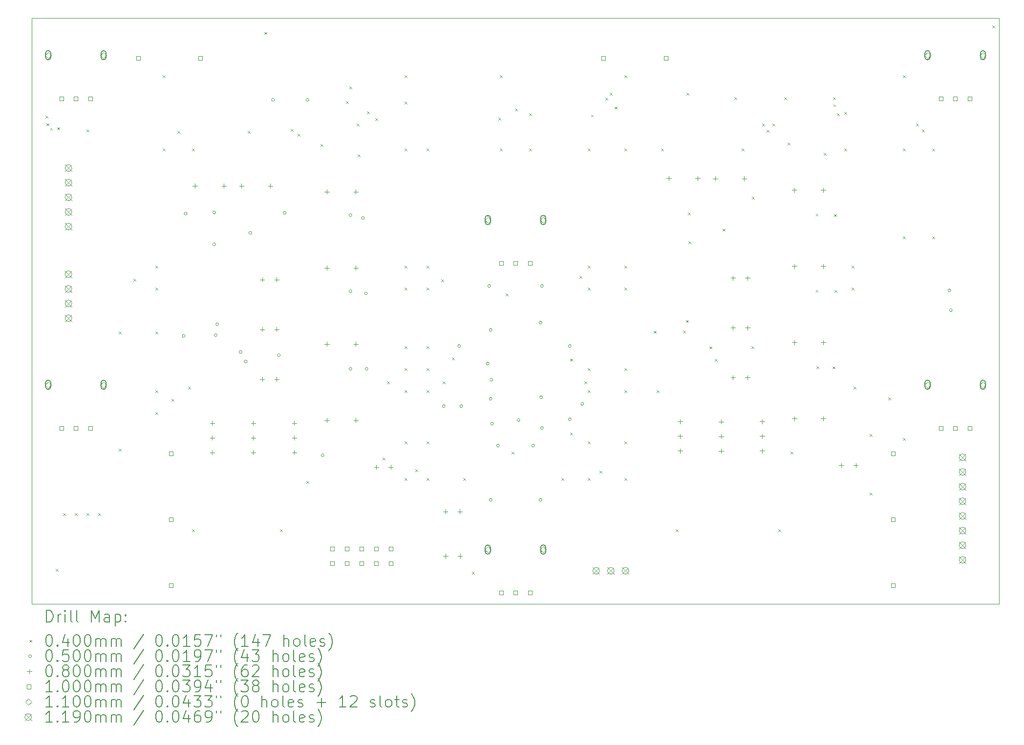
<source format=gbr>
%FSLAX45Y45*%
G04 Gerber Fmt 4.5, Leading zero omitted, Abs format (unit mm)*
G04 Created by KiCad (PCBNEW 6.0.5+dfsg-1~bpo11+1) date 2022-08-16 14:47:16*
%MOMM*%
%LPD*%
G01*
G04 APERTURE LIST*
%TA.AperFunction,Profile*%
%ADD10C,0.100000*%
%TD*%
%ADD11C,0.200000*%
%ADD12C,0.040000*%
%ADD13C,0.050000*%
%ADD14C,0.080000*%
%ADD15C,0.100000*%
%ADD16C,0.110000*%
%ADD17C,0.119000*%
G04 APERTURE END LIST*
D10*
X6096000Y-14605000D02*
X6096000Y-4445000D01*
X22860000Y-14605000D02*
X6096000Y-14605000D01*
X6096000Y-4445000D02*
X22860000Y-4445000D01*
X22860000Y-4445000D02*
X22860000Y-14605000D01*
D11*
D12*
X6330000Y-6139500D02*
X6370000Y-6179500D01*
X6370000Y-6139500D02*
X6330000Y-6179500D01*
X6346450Y-6273675D02*
X6386450Y-6313675D01*
X6386450Y-6273675D02*
X6346450Y-6313675D01*
X6412001Y-6349128D02*
X6452001Y-6389128D01*
X6452001Y-6349128D02*
X6412001Y-6389128D01*
X6507800Y-14000800D02*
X6547800Y-14040800D01*
X6547800Y-14000800D02*
X6507800Y-14040800D01*
X6532348Y-6341848D02*
X6572348Y-6381848D01*
X6572348Y-6341848D02*
X6532348Y-6381848D01*
X6634800Y-13035600D02*
X6674800Y-13075600D01*
X6674800Y-13035600D02*
X6634800Y-13075600D01*
X6838000Y-13035600D02*
X6878000Y-13075600D01*
X6878000Y-13035600D02*
X6838000Y-13075600D01*
X7041200Y-6380800D02*
X7081200Y-6420800D01*
X7081200Y-6380800D02*
X7041200Y-6420800D01*
X7041200Y-13035600D02*
X7081200Y-13075600D01*
X7081200Y-13035600D02*
X7041200Y-13075600D01*
X7244400Y-13035600D02*
X7284400Y-13075600D01*
X7284400Y-13035600D02*
X7244400Y-13075600D01*
X7600000Y-9886000D02*
X7640000Y-9926000D01*
X7640000Y-9886000D02*
X7600000Y-9926000D01*
X7600000Y-11918000D02*
X7640000Y-11958000D01*
X7640000Y-11918000D02*
X7600000Y-11958000D01*
X7854000Y-8971600D02*
X7894000Y-9011600D01*
X7894000Y-8971600D02*
X7854000Y-9011600D01*
X8235000Y-8743000D02*
X8275000Y-8783000D01*
X8275000Y-8743000D02*
X8235000Y-8783000D01*
X8235000Y-9124000D02*
X8275000Y-9164000D01*
X8275000Y-9124000D02*
X8235000Y-9164000D01*
X8235000Y-9886000D02*
X8275000Y-9926000D01*
X8275000Y-9886000D02*
X8235000Y-9926000D01*
X8235000Y-10902000D02*
X8275000Y-10942000D01*
X8275000Y-10902000D02*
X8235000Y-10942000D01*
X8235000Y-11283000D02*
X8275000Y-11323000D01*
X8275000Y-11283000D02*
X8235000Y-11323000D01*
X8362000Y-5441000D02*
X8402000Y-5481000D01*
X8402000Y-5441000D02*
X8362000Y-5481000D01*
X8362000Y-6711000D02*
X8402000Y-6751000D01*
X8402000Y-6711000D02*
X8362000Y-6751000D01*
X8514400Y-11054400D02*
X8554400Y-11094400D01*
X8554400Y-11054400D02*
X8514400Y-11094400D01*
X8616000Y-6406200D02*
X8656000Y-6446200D01*
X8656000Y-6406200D02*
X8616000Y-6446200D01*
X8803960Y-10841040D02*
X8843960Y-10881040D01*
X8843960Y-10841040D02*
X8803960Y-10881040D01*
X8870000Y-6711000D02*
X8910000Y-6751000D01*
X8910000Y-6711000D02*
X8870000Y-6751000D01*
X8870000Y-13315000D02*
X8910000Y-13355000D01*
X8910000Y-13315000D02*
X8870000Y-13355000D01*
X9835200Y-6406200D02*
X9875200Y-6446200D01*
X9875200Y-6406200D02*
X9835200Y-6446200D01*
X10127300Y-4689160D02*
X10167300Y-4729160D01*
X10167300Y-4689160D02*
X10127300Y-4729160D01*
X10394000Y-13315000D02*
X10434000Y-13355000D01*
X10434000Y-13315000D02*
X10394000Y-13355000D01*
X10584500Y-6368100D02*
X10624500Y-6408100D01*
X10624500Y-6368100D02*
X10584500Y-6408100D01*
X10698800Y-6457000D02*
X10738800Y-6497000D01*
X10738800Y-6457000D02*
X10698800Y-6497000D01*
X10851200Y-12476800D02*
X10891200Y-12516800D01*
X10891200Y-12476800D02*
X10851200Y-12516800D01*
X11101640Y-6631240D02*
X11141640Y-6671240D01*
X11141640Y-6631240D02*
X11101640Y-6671240D01*
X11537000Y-5885500D02*
X11577000Y-5925500D01*
X11577000Y-5885500D02*
X11537000Y-5925500D01*
X11600500Y-5631500D02*
X11640500Y-5671500D01*
X11640500Y-5631500D02*
X11600500Y-5671500D01*
X11727500Y-6275450D02*
X11767500Y-6315450D01*
X11767500Y-6275450D02*
X11727500Y-6315450D01*
X11740200Y-6812600D02*
X11780200Y-6852600D01*
X11780200Y-6812600D02*
X11740200Y-6852600D01*
X11901550Y-6066646D02*
X11941550Y-6106646D01*
X11941550Y-6066646D02*
X11901550Y-6106646D01*
X12045000Y-6186550D02*
X12085000Y-6226550D01*
X12085000Y-6186550D02*
X12045000Y-6226550D01*
X12172000Y-12070400D02*
X12212000Y-12110400D01*
X12212000Y-12070400D02*
X12172000Y-12110400D01*
X12248200Y-10749600D02*
X12288200Y-10789600D01*
X12288200Y-10749600D02*
X12248200Y-10789600D01*
X12553000Y-5441000D02*
X12593000Y-5481000D01*
X12593000Y-5441000D02*
X12553000Y-5481000D01*
X12553000Y-5898200D02*
X12593000Y-5938200D01*
X12593000Y-5898200D02*
X12553000Y-5938200D01*
X12553000Y-6711000D02*
X12593000Y-6751000D01*
X12593000Y-6711000D02*
X12553000Y-6751000D01*
X12553000Y-8743000D02*
X12593000Y-8783000D01*
X12593000Y-8743000D02*
X12553000Y-8783000D01*
X12553000Y-9124000D02*
X12593000Y-9164000D01*
X12593000Y-9124000D02*
X12553000Y-9164000D01*
X12553000Y-10140000D02*
X12593000Y-10180000D01*
X12593000Y-10140000D02*
X12553000Y-10180000D01*
X12553000Y-10521000D02*
X12593000Y-10561000D01*
X12593000Y-10521000D02*
X12553000Y-10561000D01*
X12553000Y-10902000D02*
X12593000Y-10942000D01*
X12593000Y-10902000D02*
X12553000Y-10942000D01*
X12553000Y-11791000D02*
X12593000Y-11831000D01*
X12593000Y-11791000D02*
X12553000Y-11831000D01*
X12553000Y-12426000D02*
X12593000Y-12466000D01*
X12593000Y-12426000D02*
X12553000Y-12466000D01*
X12743500Y-12273600D02*
X12783500Y-12313600D01*
X12783500Y-12273600D02*
X12743500Y-12313600D01*
X12934000Y-6711000D02*
X12974000Y-6751000D01*
X12974000Y-6711000D02*
X12934000Y-6751000D01*
X12934000Y-8743000D02*
X12974000Y-8783000D01*
X12974000Y-8743000D02*
X12934000Y-8783000D01*
X12934000Y-9124000D02*
X12974000Y-9164000D01*
X12974000Y-9124000D02*
X12934000Y-9164000D01*
X12934000Y-10140000D02*
X12974000Y-10180000D01*
X12974000Y-10140000D02*
X12934000Y-10180000D01*
X12934000Y-10521000D02*
X12974000Y-10561000D01*
X12974000Y-10521000D02*
X12934000Y-10561000D01*
X12934000Y-10902000D02*
X12974000Y-10942000D01*
X12974000Y-10902000D02*
X12934000Y-10942000D01*
X12934000Y-11791000D02*
X12974000Y-11831000D01*
X12974000Y-11791000D02*
X12934000Y-11831000D01*
X12934000Y-12426000D02*
X12974000Y-12466000D01*
X12974000Y-12426000D02*
X12934000Y-12466000D01*
X13188000Y-8975543D02*
X13228000Y-9015543D01*
X13228000Y-8975543D02*
X13188000Y-9015543D01*
X13213400Y-10749600D02*
X13253400Y-10789600D01*
X13253400Y-10749600D02*
X13213400Y-10789600D01*
X13378500Y-10330500D02*
X13418500Y-10370500D01*
X13418500Y-10330500D02*
X13378500Y-10370500D01*
X13569000Y-12426000D02*
X13609000Y-12466000D01*
X13609000Y-12426000D02*
X13569000Y-12466000D01*
X13721400Y-14051600D02*
X13761400Y-14091600D01*
X13761400Y-14051600D02*
X13721400Y-14091600D01*
X14178600Y-6177600D02*
X14218600Y-6217600D01*
X14218600Y-6177600D02*
X14178600Y-6217600D01*
X14204000Y-5441000D02*
X14244000Y-5481000D01*
X14244000Y-5441000D02*
X14204000Y-5481000D01*
X14204000Y-6711000D02*
X14244000Y-6751000D01*
X14244000Y-6711000D02*
X14204000Y-6751000D01*
X14305600Y-9225600D02*
X14345600Y-9265600D01*
X14345600Y-9225600D02*
X14305600Y-9265600D01*
X14407200Y-11968800D02*
X14447200Y-12008800D01*
X14447200Y-11968800D02*
X14407200Y-12008800D01*
X14468190Y-6017700D02*
X14508190Y-6057700D01*
X14508190Y-6017700D02*
X14468190Y-6057700D01*
X14712000Y-6097650D02*
X14752000Y-6137650D01*
X14752000Y-6097650D02*
X14712000Y-6137650D01*
X14712000Y-6711000D02*
X14752000Y-6751000D01*
X14752000Y-6711000D02*
X14712000Y-6751000D01*
X15270800Y-12426000D02*
X15310800Y-12466000D01*
X15310800Y-12426000D02*
X15270800Y-12466000D01*
X15423200Y-11638600D02*
X15463200Y-11678600D01*
X15463200Y-11638600D02*
X15423200Y-11678600D01*
X15428280Y-10353360D02*
X15468280Y-10393360D01*
X15468280Y-10353360D02*
X15428280Y-10393360D01*
X15588300Y-8920800D02*
X15628300Y-8960800D01*
X15628300Y-8920800D02*
X15588300Y-8960800D01*
X15673450Y-10749600D02*
X15713450Y-10789600D01*
X15713450Y-10749600D02*
X15673450Y-10789600D01*
X15728000Y-6711000D02*
X15768000Y-6751000D01*
X15768000Y-6711000D02*
X15728000Y-6751000D01*
X15728000Y-8743000D02*
X15768000Y-8783000D01*
X15768000Y-8743000D02*
X15728000Y-8783000D01*
X15728000Y-9124000D02*
X15768000Y-9164000D01*
X15768000Y-9124000D02*
X15728000Y-9164000D01*
X15728000Y-10521000D02*
X15768000Y-10561000D01*
X15768000Y-10521000D02*
X15728000Y-10561000D01*
X15728000Y-10902000D02*
X15768000Y-10942000D01*
X15768000Y-10902000D02*
X15728000Y-10942000D01*
X15728000Y-11791000D02*
X15768000Y-11831000D01*
X15768000Y-11791000D02*
X15728000Y-11831000D01*
X15728000Y-12426000D02*
X15768000Y-12466000D01*
X15768000Y-12426000D02*
X15728000Y-12466000D01*
X15784533Y-6121067D02*
X15824533Y-6161067D01*
X15824533Y-6121067D02*
X15784533Y-6161067D01*
X15931200Y-12299000D02*
X15971200Y-12339000D01*
X15971200Y-12299000D02*
X15931200Y-12339000D01*
X16032800Y-5825750D02*
X16072800Y-5865750D01*
X16072800Y-5825750D02*
X16032800Y-5865750D01*
X16109000Y-5745800D02*
X16149000Y-5785800D01*
X16149000Y-5745800D02*
X16109000Y-5785800D01*
X16198101Y-5985487D02*
X16238101Y-6025487D01*
X16238101Y-5985487D02*
X16198101Y-6025487D01*
X16363000Y-5441000D02*
X16403000Y-5481000D01*
X16403000Y-5441000D02*
X16363000Y-5481000D01*
X16363000Y-6711000D02*
X16403000Y-6751000D01*
X16403000Y-6711000D02*
X16363000Y-6751000D01*
X16363000Y-8743000D02*
X16403000Y-8783000D01*
X16403000Y-8743000D02*
X16363000Y-8783000D01*
X16363000Y-9124000D02*
X16403000Y-9164000D01*
X16403000Y-9124000D02*
X16363000Y-9164000D01*
X16363000Y-10521000D02*
X16403000Y-10561000D01*
X16403000Y-10521000D02*
X16363000Y-10561000D01*
X16363000Y-10902000D02*
X16403000Y-10942000D01*
X16403000Y-10902000D02*
X16363000Y-10942000D01*
X16363000Y-11791000D02*
X16403000Y-11831000D01*
X16403000Y-11791000D02*
X16363000Y-11831000D01*
X16363000Y-12426000D02*
X16403000Y-12466000D01*
X16403000Y-12426000D02*
X16363000Y-12466000D01*
X16871000Y-9870760D02*
X16911000Y-9910760D01*
X16911000Y-9870760D02*
X16871000Y-9910760D01*
X16921800Y-10902000D02*
X16961800Y-10942000D01*
X16961800Y-10902000D02*
X16921800Y-10942000D01*
X16998000Y-6711000D02*
X17038000Y-6751000D01*
X17038000Y-6711000D02*
X16998000Y-6751000D01*
X17252000Y-13315000D02*
X17292000Y-13355000D01*
X17292000Y-13315000D02*
X17252000Y-13355000D01*
X17384080Y-9865680D02*
X17424080Y-9905680D01*
X17424080Y-9865680D02*
X17384080Y-9905680D01*
X17432340Y-9685340D02*
X17472340Y-9725340D01*
X17472340Y-9685340D02*
X17432340Y-9725340D01*
X17437316Y-5742050D02*
X17477316Y-5782050D01*
X17477316Y-5742050D02*
X17437316Y-5782050D01*
X17468090Y-7818250D02*
X17508090Y-7858250D01*
X17508090Y-7818250D02*
X17468090Y-7858250D01*
X17475520Y-8318820D02*
X17515520Y-8358820D01*
X17515520Y-8318820D02*
X17475520Y-8358820D01*
X17836200Y-10142540D02*
X17876200Y-10182540D01*
X17876200Y-10142540D02*
X17836200Y-10182540D01*
X17930180Y-10360980D02*
X17970180Y-10400980D01*
X17970180Y-10360980D02*
X17930180Y-10400980D01*
X18069880Y-8102920D02*
X18109880Y-8142920D01*
X18109880Y-8102920D02*
X18069880Y-8142920D01*
X18268000Y-5822000D02*
X18308000Y-5862000D01*
X18308000Y-5822000D02*
X18268000Y-5862000D01*
X18395000Y-6711000D02*
X18435000Y-6751000D01*
X18435000Y-6711000D02*
X18395000Y-6751000D01*
X18567720Y-10137460D02*
X18607720Y-10177460D01*
X18607720Y-10137460D02*
X18567720Y-10177460D01*
X18572800Y-7549200D02*
X18612800Y-7589200D01*
X18612800Y-7549200D02*
X18572800Y-7589200D01*
X18750600Y-6279200D02*
X18790600Y-6319200D01*
X18790600Y-6279200D02*
X18750600Y-6319200D01*
X18830550Y-6384550D02*
X18870550Y-6424550D01*
X18870550Y-6384550D02*
X18830550Y-6424550D01*
X18928400Y-6279200D02*
X18968400Y-6319200D01*
X18968400Y-6279200D02*
X18928400Y-6319200D01*
X19030000Y-13315000D02*
X19070000Y-13355000D01*
X19070000Y-13315000D02*
X19030000Y-13355000D01*
X19131600Y-5822000D02*
X19171600Y-5862000D01*
X19171600Y-5822000D02*
X19131600Y-5862000D01*
X19195100Y-6609400D02*
X19235100Y-6649400D01*
X19235100Y-6609400D02*
X19195100Y-6649400D01*
X19240820Y-11966051D02*
X19280820Y-12006051D01*
X19280820Y-11966051D02*
X19240820Y-12006051D01*
X19680240Y-7838760D02*
X19720240Y-7878760D01*
X19720240Y-7838760D02*
X19680240Y-7878760D01*
X19680240Y-9159560D02*
X19720240Y-9199560D01*
X19720240Y-9159560D02*
X19680240Y-9199560D01*
X19690400Y-10485440D02*
X19730400Y-10525440D01*
X19730400Y-10485440D02*
X19690400Y-10525440D01*
X19817400Y-6787200D02*
X19857400Y-6827200D01*
X19857400Y-6787200D02*
X19817400Y-6827200D01*
X19974880Y-10490520D02*
X20014880Y-10530520D01*
X20014880Y-10490520D02*
X19974880Y-10530520D01*
X19982500Y-5822000D02*
X20022500Y-5862000D01*
X20022500Y-5822000D02*
X19982500Y-5862000D01*
X19984284Y-5943040D02*
X20024284Y-5983040D01*
X20024284Y-5943040D02*
X19984284Y-5983040D01*
X19995200Y-7848920D02*
X20035200Y-7888920D01*
X20035200Y-7848920D02*
X19995200Y-7888920D01*
X20005360Y-9164640D02*
X20045360Y-9204640D01*
X20045360Y-9164640D02*
X20005360Y-9204640D01*
X20046000Y-6097650D02*
X20086000Y-6137650D01*
X20086000Y-6097650D02*
X20046000Y-6137650D01*
X20173000Y-6076000D02*
X20213000Y-6116000D01*
X20213000Y-6076000D02*
X20173000Y-6116000D01*
X20173000Y-6711000D02*
X20213000Y-6751000D01*
X20213000Y-6711000D02*
X20173000Y-6751000D01*
X20300000Y-8743000D02*
X20340000Y-8783000D01*
X20340000Y-8743000D02*
X20300000Y-8783000D01*
X20300000Y-9124000D02*
X20340000Y-9164000D01*
X20340000Y-9124000D02*
X20300000Y-9164000D01*
X20338100Y-10838500D02*
X20378100Y-10878500D01*
X20378100Y-10838500D02*
X20338100Y-10878500D01*
X20617500Y-11664000D02*
X20657500Y-11704000D01*
X20657500Y-11664000D02*
X20617500Y-11704000D01*
X20617500Y-12680000D02*
X20657500Y-12720000D01*
X20657500Y-12680000D02*
X20617500Y-12720000D01*
X20935000Y-11029000D02*
X20975000Y-11069000D01*
X20975000Y-11029000D02*
X20935000Y-11069000D01*
X21189000Y-5441000D02*
X21229000Y-5481000D01*
X21229000Y-5441000D02*
X21189000Y-5481000D01*
X21189000Y-6711000D02*
X21229000Y-6751000D01*
X21229000Y-6711000D02*
X21189000Y-6751000D01*
X21189000Y-8235000D02*
X21229000Y-8275000D01*
X21229000Y-8235000D02*
X21189000Y-8275000D01*
X21189000Y-11727500D02*
X21229000Y-11767500D01*
X21229000Y-11727500D02*
X21189000Y-11767500D01*
X21417600Y-6275450D02*
X21457600Y-6315450D01*
X21457600Y-6275450D02*
X21417600Y-6315450D01*
X21522950Y-6380800D02*
X21562950Y-6420800D01*
X21562950Y-6380800D02*
X21522950Y-6420800D01*
X21697000Y-6711000D02*
X21737000Y-6751000D01*
X21737000Y-6711000D02*
X21697000Y-6751000D01*
X21697000Y-8235000D02*
X21737000Y-8275000D01*
X21737000Y-8235000D02*
X21697000Y-8275000D01*
X22738400Y-4577400D02*
X22778400Y-4617400D01*
X22778400Y-4577400D02*
X22738400Y-4617400D01*
D13*
X8750950Y-9959340D02*
G75*
G03*
X8750950Y-9959340I-25000J0D01*
G01*
X8785460Y-7838440D02*
G75*
G03*
X8785460Y-7838440I-25000J0D01*
G01*
X9280656Y-7818224D02*
G75*
G03*
X9280656Y-7818224I-25000J0D01*
G01*
X9280760Y-8371840D02*
G75*
G03*
X9280760Y-8371840I-25000J0D01*
G01*
X9306160Y-9946640D02*
G75*
G03*
X9306160Y-9946640I-25000J0D01*
G01*
X9331560Y-9756140D02*
G75*
G03*
X9331560Y-9756140I-25000J0D01*
G01*
X9737960Y-10238740D02*
G75*
G03*
X9737960Y-10238740I-25000J0D01*
G01*
X9826860Y-10403840D02*
G75*
G03*
X9826860Y-10403840I-25000J0D01*
G01*
X9905600Y-8173720D02*
G75*
G03*
X9905600Y-8173720I-25000J0D01*
G01*
X10299300Y-5864860D02*
G75*
G03*
X10299300Y-5864860I-25000J0D01*
G01*
X10400378Y-10293664D02*
G75*
G03*
X10400378Y-10293664I-25000J0D01*
G01*
X10499960Y-7825740D02*
G75*
G03*
X10499960Y-7825740I-25000J0D01*
G01*
X10896200Y-5864860D02*
G75*
G03*
X10896200Y-5864860I-25000J0D01*
G01*
X11160360Y-12029440D02*
G75*
G03*
X11160360Y-12029440I-25000J0D01*
G01*
X11642960Y-7863840D02*
G75*
G03*
X11642960Y-7863840I-25000J0D01*
G01*
X11642960Y-9184640D02*
G75*
G03*
X11642960Y-9184640I-25000J0D01*
G01*
X11642960Y-10530840D02*
G75*
G03*
X11642960Y-10530840I-25000J0D01*
G01*
X11858860Y-7914640D02*
G75*
G03*
X11858860Y-7914640I-25000J0D01*
G01*
X11909660Y-9222740D02*
G75*
G03*
X11909660Y-9222740I-25000J0D01*
G01*
X11922360Y-10530840D02*
G75*
G03*
X11922360Y-10530840I-25000J0D01*
G01*
X13258400Y-11176000D02*
G75*
G03*
X13258400Y-11176000I-25000J0D01*
G01*
X13525100Y-10134600D02*
G75*
G03*
X13525100Y-10134600I-25000J0D01*
G01*
X13563200Y-11176000D02*
G75*
G03*
X13563200Y-11176000I-25000J0D01*
G01*
X14020400Y-10439400D02*
G75*
G03*
X14020400Y-10439400I-25000J0D01*
G01*
X14045800Y-9093200D02*
G75*
G03*
X14045800Y-9093200I-25000J0D01*
G01*
X14071200Y-9855200D02*
G75*
G03*
X14071200Y-9855200I-25000J0D01*
G01*
X14071200Y-11049000D02*
G75*
G03*
X14071200Y-11049000I-25000J0D01*
G01*
X14071200Y-12801600D02*
G75*
G03*
X14071200Y-12801600I-25000J0D01*
G01*
X14084950Y-10718800D02*
G75*
G03*
X14084950Y-10718800I-25000J0D01*
G01*
X14096704Y-11480904D02*
G75*
G03*
X14096704Y-11480904I-25000J0D01*
G01*
X14198200Y-11861800D02*
G75*
G03*
X14198200Y-11861800I-25000J0D01*
G01*
X14553800Y-11417300D02*
G75*
G03*
X14553800Y-11417300I-25000J0D01*
G01*
X14807800Y-11861800D02*
G75*
G03*
X14807800Y-11861800I-25000J0D01*
G01*
X14934800Y-9728200D02*
G75*
G03*
X14934800Y-9728200I-25000J0D01*
G01*
X14934800Y-12801600D02*
G75*
G03*
X14934800Y-12801600I-25000J0D01*
G01*
X14947500Y-11023600D02*
G75*
G03*
X14947500Y-11023600I-25000J0D01*
G01*
X14960200Y-9093200D02*
G75*
G03*
X14960200Y-9093200I-25000J0D01*
G01*
X14960200Y-11557000D02*
G75*
G03*
X14960200Y-11557000I-25000J0D01*
G01*
X15442800Y-10134600D02*
G75*
G03*
X15442800Y-10134600I-25000J0D01*
G01*
X15442800Y-11404600D02*
G75*
G03*
X15442800Y-11404600I-25000J0D01*
G01*
X15658700Y-11137900D02*
G75*
G03*
X15658700Y-11137900I-25000J0D01*
G01*
X22021400Y-9169400D02*
G75*
G03*
X22021400Y-9169400I-25000J0D01*
G01*
X22046800Y-9512300D02*
G75*
G03*
X22046800Y-9512300I-25000J0D01*
G01*
D14*
X8923210Y-7315840D02*
X8923210Y-7395840D01*
X8883210Y-7355840D02*
X8963210Y-7355840D01*
X9220010Y-11430640D02*
X9220010Y-11510640D01*
X9180010Y-11470640D02*
X9260010Y-11470640D01*
X9220010Y-11684640D02*
X9220010Y-11764640D01*
X9180010Y-11724640D02*
X9260010Y-11724640D01*
X9220010Y-11938640D02*
X9220010Y-12018640D01*
X9180010Y-11978640D02*
X9260010Y-11978640D01*
X9423210Y-7315840D02*
X9423210Y-7395840D01*
X9383210Y-7355840D02*
X9463210Y-7355840D01*
X9728010Y-7315840D02*
X9728010Y-7395840D01*
X9688010Y-7355840D02*
X9768010Y-7355840D01*
X9931210Y-11430640D02*
X9931210Y-11510640D01*
X9891210Y-11470640D02*
X9971210Y-11470640D01*
X9931210Y-11684640D02*
X9931210Y-11764640D01*
X9891210Y-11724640D02*
X9971210Y-11724640D01*
X9931210Y-11938640D02*
X9931210Y-12018640D01*
X9891210Y-11978640D02*
X9971210Y-11978640D01*
X10087610Y-8941440D02*
X10087610Y-9021440D01*
X10047610Y-8981440D02*
X10127610Y-8981440D01*
X10087610Y-9805040D02*
X10087610Y-9885040D01*
X10047610Y-9845040D02*
X10127610Y-9845040D01*
X10087610Y-10668640D02*
X10087610Y-10748640D01*
X10047610Y-10708640D02*
X10127610Y-10708640D01*
X10228010Y-7315840D02*
X10228010Y-7395840D01*
X10188010Y-7355840D02*
X10268010Y-7355840D01*
X10337610Y-8941440D02*
X10337610Y-9021440D01*
X10297610Y-8981440D02*
X10377610Y-8981440D01*
X10337610Y-9805040D02*
X10337610Y-9885040D01*
X10297610Y-9845040D02*
X10377610Y-9845040D01*
X10337610Y-10668640D02*
X10337610Y-10748640D01*
X10297610Y-10708640D02*
X10377610Y-10708640D01*
X10642410Y-11430640D02*
X10642410Y-11510640D01*
X10602410Y-11470640D02*
X10682410Y-11470640D01*
X10642410Y-11684640D02*
X10642410Y-11764640D01*
X10602410Y-11724640D02*
X10682410Y-11724640D01*
X10642410Y-11938640D02*
X10642410Y-12018640D01*
X10602410Y-11978640D02*
X10682410Y-11978640D01*
X11209210Y-7417440D02*
X11209210Y-7497440D01*
X11169210Y-7457440D02*
X11249210Y-7457440D01*
X11209210Y-8738240D02*
X11209210Y-8818240D01*
X11169210Y-8778240D02*
X11249210Y-8778240D01*
X11209210Y-10059040D02*
X11209210Y-10139040D01*
X11169210Y-10099040D02*
X11249210Y-10099040D01*
X11209210Y-11379840D02*
X11209210Y-11459840D01*
X11169210Y-11419840D02*
X11249210Y-11419840D01*
X11709210Y-7417440D02*
X11709210Y-7497440D01*
X11669210Y-7457440D02*
X11749210Y-7457440D01*
X11709210Y-8738240D02*
X11709210Y-8818240D01*
X11669210Y-8778240D02*
X11749210Y-8778240D01*
X11709210Y-10059040D02*
X11709210Y-10139040D01*
X11669210Y-10099040D02*
X11749210Y-10099040D01*
X11709210Y-11379840D02*
X11709210Y-11459840D01*
X11669210Y-11419840D02*
X11749210Y-11419840D01*
X12064810Y-12192640D02*
X12064810Y-12272640D01*
X12024810Y-12232640D02*
X12104810Y-12232640D01*
X12314810Y-12192640D02*
X12314810Y-12272640D01*
X12274810Y-12232640D02*
X12354810Y-12232640D01*
X13262800Y-12964800D02*
X13262800Y-13044800D01*
X13222800Y-13004800D02*
X13302800Y-13004800D01*
X13266738Y-13739500D02*
X13266738Y-13819500D01*
X13226738Y-13779500D02*
X13306738Y-13779500D01*
X13512800Y-12964800D02*
X13512800Y-13044800D01*
X13472800Y-13004800D02*
X13552800Y-13004800D01*
X13516738Y-13739500D02*
X13516738Y-13819500D01*
X13476738Y-13779500D02*
X13556738Y-13779500D01*
X17134140Y-7188650D02*
X17134140Y-7268650D01*
X17094140Y-7228650D02*
X17174140Y-7228650D01*
X17329340Y-11405050D02*
X17329340Y-11485050D01*
X17289340Y-11445050D02*
X17369340Y-11445050D01*
X17329340Y-11659050D02*
X17329340Y-11739050D01*
X17289340Y-11699050D02*
X17369340Y-11699050D01*
X17329340Y-11913050D02*
X17329340Y-11993050D01*
X17289340Y-11953050D02*
X17369340Y-11953050D01*
X17634140Y-7188650D02*
X17634140Y-7268650D01*
X17594140Y-7228650D02*
X17674140Y-7228650D01*
X17940400Y-7188840D02*
X17940400Y-7268840D01*
X17900400Y-7228840D02*
X17980400Y-7228840D01*
X18040540Y-11406050D02*
X18040540Y-11486050D01*
X18000540Y-11446050D02*
X18080540Y-11446050D01*
X18040540Y-11660050D02*
X18040540Y-11740050D01*
X18000540Y-11700050D02*
X18080540Y-11700050D01*
X18040540Y-11914050D02*
X18040540Y-11994050D01*
X18000540Y-11954050D02*
X18080540Y-11954050D01*
X18247740Y-8915850D02*
X18247740Y-8995850D01*
X18207740Y-8955850D02*
X18287740Y-8955850D01*
X18247740Y-9779450D02*
X18247740Y-9859450D01*
X18207740Y-9819450D02*
X18287740Y-9819450D01*
X18247740Y-10643050D02*
X18247740Y-10723050D01*
X18207740Y-10683050D02*
X18287740Y-10683050D01*
X18440400Y-7188840D02*
X18440400Y-7268840D01*
X18400400Y-7228840D02*
X18480400Y-7228840D01*
X18497740Y-8915850D02*
X18497740Y-8995850D01*
X18457740Y-8955850D02*
X18537740Y-8955850D01*
X18497740Y-9779450D02*
X18497740Y-9859450D01*
X18457740Y-9819450D02*
X18537740Y-9819450D01*
X18497740Y-10643050D02*
X18497740Y-10723050D01*
X18457740Y-10683050D02*
X18537740Y-10683050D01*
X18751740Y-11405050D02*
X18751740Y-11485050D01*
X18711740Y-11445050D02*
X18791740Y-11445050D01*
X18751740Y-11659050D02*
X18751740Y-11739050D01*
X18711740Y-11699050D02*
X18791740Y-11699050D01*
X18751740Y-11913050D02*
X18751740Y-11993050D01*
X18711740Y-11953050D02*
X18791740Y-11953050D01*
X19310540Y-7391850D02*
X19310540Y-7471850D01*
X19270540Y-7431850D02*
X19350540Y-7431850D01*
X19310540Y-8712650D02*
X19310540Y-8792650D01*
X19270540Y-8752650D02*
X19350540Y-8752650D01*
X19310540Y-10033450D02*
X19310540Y-10113450D01*
X19270540Y-10073450D02*
X19350540Y-10073450D01*
X19310540Y-11354250D02*
X19310540Y-11434250D01*
X19270540Y-11394250D02*
X19350540Y-11394250D01*
X19810540Y-7391850D02*
X19810540Y-7471850D01*
X19770540Y-7431850D02*
X19850540Y-7431850D01*
X19810540Y-8712650D02*
X19810540Y-8792650D01*
X19770540Y-8752650D02*
X19850540Y-8752650D01*
X19810540Y-10033450D02*
X19810540Y-10113450D01*
X19770540Y-10073450D02*
X19850540Y-10073450D01*
X19810540Y-11354250D02*
X19810540Y-11434250D01*
X19770540Y-11394250D02*
X19850540Y-11394250D01*
X20123340Y-12167050D02*
X20123340Y-12247050D01*
X20083340Y-12207050D02*
X20163340Y-12207050D01*
X20373340Y-12167050D02*
X20373340Y-12247050D01*
X20333340Y-12207050D02*
X20413340Y-12207050D01*
D15*
X6643356Y-5877356D02*
X6643356Y-5806644D01*
X6572644Y-5806644D01*
X6572644Y-5877356D01*
X6643356Y-5877356D01*
X6643356Y-11592356D02*
X6643356Y-11521644D01*
X6572644Y-11521644D01*
X6572644Y-11592356D01*
X6643356Y-11592356D01*
X6893356Y-5877356D02*
X6893356Y-5806644D01*
X6822644Y-5806644D01*
X6822644Y-5877356D01*
X6893356Y-5877356D01*
X6893356Y-11592356D02*
X6893356Y-11521644D01*
X6822644Y-11521644D01*
X6822644Y-11592356D01*
X6893356Y-11592356D01*
X7143356Y-5877356D02*
X7143356Y-5806644D01*
X7072644Y-5806644D01*
X7072644Y-5877356D01*
X7143356Y-5877356D01*
X7143356Y-11592356D02*
X7143356Y-11521644D01*
X7072644Y-11521644D01*
X7072644Y-11592356D01*
X7143356Y-11592356D01*
X7972856Y-5178856D02*
X7972856Y-5108144D01*
X7902144Y-5108144D01*
X7902144Y-5178856D01*
X7972856Y-5178856D01*
X8544356Y-12036856D02*
X8544356Y-11966144D01*
X8473644Y-11966144D01*
X8473644Y-12036856D01*
X8544356Y-12036856D01*
X8544356Y-13179856D02*
X8544356Y-13109144D01*
X8473644Y-13109144D01*
X8473644Y-13179856D01*
X8544356Y-13179856D01*
X8544356Y-14322856D02*
X8544356Y-14252144D01*
X8473644Y-14252144D01*
X8473644Y-14322856D01*
X8544356Y-14322856D01*
X9052356Y-5178856D02*
X9052356Y-5108144D01*
X8981644Y-5108144D01*
X8981644Y-5178856D01*
X9052356Y-5178856D01*
X11338356Y-13687856D02*
X11338356Y-13617144D01*
X11267644Y-13617144D01*
X11267644Y-13687856D01*
X11338356Y-13687856D01*
X11338356Y-13941856D02*
X11338356Y-13871144D01*
X11267644Y-13871144D01*
X11267644Y-13941856D01*
X11338356Y-13941856D01*
X11592356Y-13687856D02*
X11592356Y-13617144D01*
X11521644Y-13617144D01*
X11521644Y-13687856D01*
X11592356Y-13687856D01*
X11592356Y-13941856D02*
X11592356Y-13871144D01*
X11521644Y-13871144D01*
X11521644Y-13941856D01*
X11592356Y-13941856D01*
X11846356Y-13687856D02*
X11846356Y-13617144D01*
X11775644Y-13617144D01*
X11775644Y-13687856D01*
X11846356Y-13687856D01*
X11846356Y-13941856D02*
X11846356Y-13871144D01*
X11775644Y-13871144D01*
X11775644Y-13941856D01*
X11846356Y-13941856D01*
X12100356Y-13687856D02*
X12100356Y-13617144D01*
X12029644Y-13617144D01*
X12029644Y-13687856D01*
X12100356Y-13687856D01*
X12100356Y-13941856D02*
X12100356Y-13871144D01*
X12029644Y-13871144D01*
X12029644Y-13941856D01*
X12100356Y-13941856D01*
X12354356Y-13687856D02*
X12354356Y-13617144D01*
X12283644Y-13617144D01*
X12283644Y-13687856D01*
X12354356Y-13687856D01*
X12354356Y-13941856D02*
X12354356Y-13871144D01*
X12283644Y-13871144D01*
X12283644Y-13941856D01*
X12354356Y-13941856D01*
X14263356Y-8734856D02*
X14263356Y-8664144D01*
X14192644Y-8664144D01*
X14192644Y-8734856D01*
X14263356Y-8734856D01*
X14263356Y-14449856D02*
X14263356Y-14379144D01*
X14192644Y-14379144D01*
X14192644Y-14449856D01*
X14263356Y-14449856D01*
X14513356Y-8734856D02*
X14513356Y-8664144D01*
X14442644Y-8664144D01*
X14442644Y-8734856D01*
X14513356Y-8734856D01*
X14513356Y-14449856D02*
X14513356Y-14379144D01*
X14442644Y-14379144D01*
X14442644Y-14449856D01*
X14513356Y-14449856D01*
X14763356Y-8734856D02*
X14763356Y-8664144D01*
X14692644Y-8664144D01*
X14692644Y-8734856D01*
X14763356Y-8734856D01*
X14763356Y-14449856D02*
X14763356Y-14379144D01*
X14692644Y-14379144D01*
X14692644Y-14449856D01*
X14763356Y-14449856D01*
X16037356Y-5178856D02*
X16037356Y-5108144D01*
X15966644Y-5108144D01*
X15966644Y-5178856D01*
X16037356Y-5178856D01*
X17116856Y-5178856D02*
X17116856Y-5108144D01*
X17046144Y-5108144D01*
X17046144Y-5178856D01*
X17116856Y-5178856D01*
X21053856Y-12036856D02*
X21053856Y-11966144D01*
X20983144Y-11966144D01*
X20983144Y-12036856D01*
X21053856Y-12036856D01*
X21053856Y-13179856D02*
X21053856Y-13109144D01*
X20983144Y-13109144D01*
X20983144Y-13179856D01*
X21053856Y-13179856D01*
X21053856Y-14322856D02*
X21053856Y-14252144D01*
X20983144Y-14252144D01*
X20983144Y-14322856D01*
X21053856Y-14322856D01*
X21883356Y-5877356D02*
X21883356Y-5806644D01*
X21812644Y-5806644D01*
X21812644Y-5877356D01*
X21883356Y-5877356D01*
X21883356Y-11592356D02*
X21883356Y-11521644D01*
X21812644Y-11521644D01*
X21812644Y-11592356D01*
X21883356Y-11592356D01*
X22133356Y-5877356D02*
X22133356Y-5806644D01*
X22062644Y-5806644D01*
X22062644Y-5877356D01*
X22133356Y-5877356D01*
X22133356Y-11592356D02*
X22133356Y-11521644D01*
X22062644Y-11521644D01*
X22062644Y-11592356D01*
X22133356Y-11592356D01*
X22383356Y-5877356D02*
X22383356Y-5806644D01*
X22312644Y-5806644D01*
X22312644Y-5877356D01*
X22383356Y-5877356D01*
X22383356Y-11592356D02*
X22383356Y-11521644D01*
X22312644Y-11521644D01*
X22312644Y-11592356D01*
X22383356Y-11592356D01*
D16*
X6378000Y-5147000D02*
X6433000Y-5092000D01*
X6378000Y-5037000D01*
X6323000Y-5092000D01*
X6378000Y-5147000D01*
D11*
X6423000Y-5127000D02*
X6423000Y-5057000D01*
X6333000Y-5127000D02*
X6333000Y-5057000D01*
X6423000Y-5057000D02*
G75*
G03*
X6333000Y-5057000I-45000J0D01*
G01*
X6333000Y-5127000D02*
G75*
G03*
X6423000Y-5127000I45000J0D01*
G01*
D16*
X6378000Y-10862000D02*
X6433000Y-10807000D01*
X6378000Y-10752000D01*
X6323000Y-10807000D01*
X6378000Y-10862000D01*
D11*
X6423000Y-10842000D02*
X6423000Y-10772000D01*
X6333000Y-10842000D02*
X6333000Y-10772000D01*
X6423000Y-10772000D02*
G75*
G03*
X6333000Y-10772000I-45000J0D01*
G01*
X6333000Y-10842000D02*
G75*
G03*
X6423000Y-10842000I45000J0D01*
G01*
D16*
X7338000Y-5147000D02*
X7393000Y-5092000D01*
X7338000Y-5037000D01*
X7283000Y-5092000D01*
X7338000Y-5147000D01*
D11*
X7383000Y-5127000D02*
X7383000Y-5057000D01*
X7293000Y-5127000D02*
X7293000Y-5057000D01*
X7383000Y-5057000D02*
G75*
G03*
X7293000Y-5057000I-45000J0D01*
G01*
X7293000Y-5127000D02*
G75*
G03*
X7383000Y-5127000I45000J0D01*
G01*
D16*
X7338000Y-10862000D02*
X7393000Y-10807000D01*
X7338000Y-10752000D01*
X7283000Y-10807000D01*
X7338000Y-10862000D01*
D11*
X7383000Y-10842000D02*
X7383000Y-10772000D01*
X7293000Y-10842000D02*
X7293000Y-10772000D01*
X7383000Y-10772000D02*
G75*
G03*
X7293000Y-10772000I-45000J0D01*
G01*
X7293000Y-10842000D02*
G75*
G03*
X7383000Y-10842000I45000J0D01*
G01*
D16*
X13998000Y-8004500D02*
X14053000Y-7949500D01*
X13998000Y-7894500D01*
X13943000Y-7949500D01*
X13998000Y-8004500D01*
D11*
X14043000Y-7984500D02*
X14043000Y-7914500D01*
X13953000Y-7984500D02*
X13953000Y-7914500D01*
X14043000Y-7914500D02*
G75*
G03*
X13953000Y-7914500I-45000J0D01*
G01*
X13953000Y-7984500D02*
G75*
G03*
X14043000Y-7984500I45000J0D01*
G01*
D16*
X13998000Y-13719500D02*
X14053000Y-13664500D01*
X13998000Y-13609500D01*
X13943000Y-13664500D01*
X13998000Y-13719500D01*
D11*
X14043000Y-13699500D02*
X14043000Y-13629500D01*
X13953000Y-13699500D02*
X13953000Y-13629500D01*
X14043000Y-13629500D02*
G75*
G03*
X13953000Y-13629500I-45000J0D01*
G01*
X13953000Y-13699500D02*
G75*
G03*
X14043000Y-13699500I45000J0D01*
G01*
D16*
X14958000Y-8004500D02*
X15013000Y-7949500D01*
X14958000Y-7894500D01*
X14903000Y-7949500D01*
X14958000Y-8004500D01*
D11*
X15003000Y-7984500D02*
X15003000Y-7914500D01*
X14913000Y-7984500D02*
X14913000Y-7914500D01*
X15003000Y-7914500D02*
G75*
G03*
X14913000Y-7914500I-45000J0D01*
G01*
X14913000Y-7984500D02*
G75*
G03*
X15003000Y-7984500I45000J0D01*
G01*
D16*
X14958000Y-13719500D02*
X15013000Y-13664500D01*
X14958000Y-13609500D01*
X14903000Y-13664500D01*
X14958000Y-13719500D01*
D11*
X15003000Y-13699500D02*
X15003000Y-13629500D01*
X14913000Y-13699500D02*
X14913000Y-13629500D01*
X15003000Y-13629500D02*
G75*
G03*
X14913000Y-13629500I-45000J0D01*
G01*
X14913000Y-13699500D02*
G75*
G03*
X15003000Y-13699500I45000J0D01*
G01*
D16*
X21618000Y-5147000D02*
X21673000Y-5092000D01*
X21618000Y-5037000D01*
X21563000Y-5092000D01*
X21618000Y-5147000D01*
D11*
X21663000Y-5127000D02*
X21663000Y-5057000D01*
X21573000Y-5127000D02*
X21573000Y-5057000D01*
X21663000Y-5057000D02*
G75*
G03*
X21573000Y-5057000I-45000J0D01*
G01*
X21573000Y-5127000D02*
G75*
G03*
X21663000Y-5127000I45000J0D01*
G01*
D16*
X21618000Y-10862000D02*
X21673000Y-10807000D01*
X21618000Y-10752000D01*
X21563000Y-10807000D01*
X21618000Y-10862000D01*
D11*
X21663000Y-10842000D02*
X21663000Y-10772000D01*
X21573000Y-10842000D02*
X21573000Y-10772000D01*
X21663000Y-10772000D02*
G75*
G03*
X21573000Y-10772000I-45000J0D01*
G01*
X21573000Y-10842000D02*
G75*
G03*
X21663000Y-10842000I45000J0D01*
G01*
D16*
X22578000Y-5147000D02*
X22633000Y-5092000D01*
X22578000Y-5037000D01*
X22523000Y-5092000D01*
X22578000Y-5147000D01*
D11*
X22623000Y-5127000D02*
X22623000Y-5057000D01*
X22533000Y-5127000D02*
X22533000Y-5057000D01*
X22623000Y-5057000D02*
G75*
G03*
X22533000Y-5057000I-45000J0D01*
G01*
X22533000Y-5127000D02*
G75*
G03*
X22623000Y-5127000I45000J0D01*
G01*
D16*
X22578000Y-10862000D02*
X22633000Y-10807000D01*
X22578000Y-10752000D01*
X22523000Y-10807000D01*
X22578000Y-10862000D01*
D11*
X22623000Y-10842000D02*
X22623000Y-10772000D01*
X22533000Y-10842000D02*
X22533000Y-10772000D01*
X22623000Y-10772000D02*
G75*
G03*
X22533000Y-10772000I-45000J0D01*
G01*
X22533000Y-10842000D02*
G75*
G03*
X22623000Y-10842000I45000J0D01*
G01*
D17*
X6671500Y-6989000D02*
X6790500Y-7108000D01*
X6790500Y-6989000D02*
X6671500Y-7108000D01*
X6790500Y-7048500D02*
G75*
G03*
X6790500Y-7048500I-59500J0D01*
G01*
X6671500Y-7243000D02*
X6790500Y-7362000D01*
X6790500Y-7243000D02*
X6671500Y-7362000D01*
X6790500Y-7302500D02*
G75*
G03*
X6790500Y-7302500I-59500J0D01*
G01*
X6671500Y-7497000D02*
X6790500Y-7616000D01*
X6790500Y-7497000D02*
X6671500Y-7616000D01*
X6790500Y-7556500D02*
G75*
G03*
X6790500Y-7556500I-59500J0D01*
G01*
X6671500Y-7751000D02*
X6790500Y-7870000D01*
X6790500Y-7751000D02*
X6671500Y-7870000D01*
X6790500Y-7810500D02*
G75*
G03*
X6790500Y-7810500I-59500J0D01*
G01*
X6671500Y-8005000D02*
X6790500Y-8124000D01*
X6790500Y-8005000D02*
X6671500Y-8124000D01*
X6790500Y-8064500D02*
G75*
G03*
X6790500Y-8064500I-59500J0D01*
G01*
X6671500Y-8830500D02*
X6790500Y-8949500D01*
X6790500Y-8830500D02*
X6671500Y-8949500D01*
X6790500Y-8890000D02*
G75*
G03*
X6790500Y-8890000I-59500J0D01*
G01*
X6671500Y-9084500D02*
X6790500Y-9203500D01*
X6790500Y-9084500D02*
X6671500Y-9203500D01*
X6790500Y-9144000D02*
G75*
G03*
X6790500Y-9144000I-59500J0D01*
G01*
X6671500Y-9338500D02*
X6790500Y-9457500D01*
X6790500Y-9338500D02*
X6671500Y-9457500D01*
X6790500Y-9398000D02*
G75*
G03*
X6790500Y-9398000I-59500J0D01*
G01*
X6671500Y-9592500D02*
X6790500Y-9711500D01*
X6790500Y-9592500D02*
X6671500Y-9711500D01*
X6790500Y-9652000D02*
G75*
G03*
X6790500Y-9652000I-59500J0D01*
G01*
X15815500Y-13974000D02*
X15934500Y-14093000D01*
X15934500Y-13974000D02*
X15815500Y-14093000D01*
X15934500Y-14033500D02*
G75*
G03*
X15934500Y-14033500I-59500J0D01*
G01*
X16069500Y-13974000D02*
X16188500Y-14093000D01*
X16188500Y-13974000D02*
X16069500Y-14093000D01*
X16188500Y-14033500D02*
G75*
G03*
X16188500Y-14033500I-59500J0D01*
G01*
X16323500Y-13974000D02*
X16442500Y-14093000D01*
X16442500Y-13974000D02*
X16323500Y-14093000D01*
X16442500Y-14033500D02*
G75*
G03*
X16442500Y-14033500I-59500J0D01*
G01*
X22165500Y-12005500D02*
X22284500Y-12124500D01*
X22284500Y-12005500D02*
X22165500Y-12124500D01*
X22284500Y-12065000D02*
G75*
G03*
X22284500Y-12065000I-59500J0D01*
G01*
X22165500Y-12259500D02*
X22284500Y-12378500D01*
X22284500Y-12259500D02*
X22165500Y-12378500D01*
X22284500Y-12319000D02*
G75*
G03*
X22284500Y-12319000I-59500J0D01*
G01*
X22165500Y-12513500D02*
X22284500Y-12632500D01*
X22284500Y-12513500D02*
X22165500Y-12632500D01*
X22284500Y-12573000D02*
G75*
G03*
X22284500Y-12573000I-59500J0D01*
G01*
X22165500Y-12767500D02*
X22284500Y-12886500D01*
X22284500Y-12767500D02*
X22165500Y-12886500D01*
X22284500Y-12827000D02*
G75*
G03*
X22284500Y-12827000I-59500J0D01*
G01*
X22165500Y-13021500D02*
X22284500Y-13140500D01*
X22284500Y-13021500D02*
X22165500Y-13140500D01*
X22284500Y-13081000D02*
G75*
G03*
X22284500Y-13081000I-59500J0D01*
G01*
X22165500Y-13275500D02*
X22284500Y-13394500D01*
X22284500Y-13275500D02*
X22165500Y-13394500D01*
X22284500Y-13335000D02*
G75*
G03*
X22284500Y-13335000I-59500J0D01*
G01*
X22165500Y-13529500D02*
X22284500Y-13648500D01*
X22284500Y-13529500D02*
X22165500Y-13648500D01*
X22284500Y-13589000D02*
G75*
G03*
X22284500Y-13589000I-59500J0D01*
G01*
X22165500Y-13783500D02*
X22284500Y-13902500D01*
X22284500Y-13783500D02*
X22165500Y-13902500D01*
X22284500Y-13843000D02*
G75*
G03*
X22284500Y-13843000I-59500J0D01*
G01*
D11*
X6348619Y-14920476D02*
X6348619Y-14720476D01*
X6396238Y-14720476D01*
X6424809Y-14730000D01*
X6443857Y-14749048D01*
X6453381Y-14768095D01*
X6462905Y-14806190D01*
X6462905Y-14834762D01*
X6453381Y-14872857D01*
X6443857Y-14891905D01*
X6424809Y-14910952D01*
X6396238Y-14920476D01*
X6348619Y-14920476D01*
X6548619Y-14920476D02*
X6548619Y-14787143D01*
X6548619Y-14825238D02*
X6558143Y-14806190D01*
X6567667Y-14796667D01*
X6586714Y-14787143D01*
X6605762Y-14787143D01*
X6672428Y-14920476D02*
X6672428Y-14787143D01*
X6672428Y-14720476D02*
X6662905Y-14730000D01*
X6672428Y-14739524D01*
X6681952Y-14730000D01*
X6672428Y-14720476D01*
X6672428Y-14739524D01*
X6796238Y-14920476D02*
X6777190Y-14910952D01*
X6767667Y-14891905D01*
X6767667Y-14720476D01*
X6901000Y-14920476D02*
X6881952Y-14910952D01*
X6872428Y-14891905D01*
X6872428Y-14720476D01*
X7129571Y-14920476D02*
X7129571Y-14720476D01*
X7196238Y-14863333D01*
X7262905Y-14720476D01*
X7262905Y-14920476D01*
X7443857Y-14920476D02*
X7443857Y-14815714D01*
X7434333Y-14796667D01*
X7415286Y-14787143D01*
X7377190Y-14787143D01*
X7358143Y-14796667D01*
X7443857Y-14910952D02*
X7424809Y-14920476D01*
X7377190Y-14920476D01*
X7358143Y-14910952D01*
X7348619Y-14891905D01*
X7348619Y-14872857D01*
X7358143Y-14853809D01*
X7377190Y-14844286D01*
X7424809Y-14844286D01*
X7443857Y-14834762D01*
X7539095Y-14787143D02*
X7539095Y-14987143D01*
X7539095Y-14796667D02*
X7558143Y-14787143D01*
X7596238Y-14787143D01*
X7615286Y-14796667D01*
X7624809Y-14806190D01*
X7634333Y-14825238D01*
X7634333Y-14882381D01*
X7624809Y-14901428D01*
X7615286Y-14910952D01*
X7596238Y-14920476D01*
X7558143Y-14920476D01*
X7539095Y-14910952D01*
X7720048Y-14901428D02*
X7729571Y-14910952D01*
X7720048Y-14920476D01*
X7710524Y-14910952D01*
X7720048Y-14901428D01*
X7720048Y-14920476D01*
X7720048Y-14796667D02*
X7729571Y-14806190D01*
X7720048Y-14815714D01*
X7710524Y-14806190D01*
X7720048Y-14796667D01*
X7720048Y-14815714D01*
D12*
X6051000Y-15230000D02*
X6091000Y-15270000D01*
X6091000Y-15230000D02*
X6051000Y-15270000D01*
D11*
X6386714Y-15140476D02*
X6405762Y-15140476D01*
X6424809Y-15150000D01*
X6434333Y-15159524D01*
X6443857Y-15178571D01*
X6453381Y-15216667D01*
X6453381Y-15264286D01*
X6443857Y-15302381D01*
X6434333Y-15321428D01*
X6424809Y-15330952D01*
X6405762Y-15340476D01*
X6386714Y-15340476D01*
X6367667Y-15330952D01*
X6358143Y-15321428D01*
X6348619Y-15302381D01*
X6339095Y-15264286D01*
X6339095Y-15216667D01*
X6348619Y-15178571D01*
X6358143Y-15159524D01*
X6367667Y-15150000D01*
X6386714Y-15140476D01*
X6539095Y-15321428D02*
X6548619Y-15330952D01*
X6539095Y-15340476D01*
X6529571Y-15330952D01*
X6539095Y-15321428D01*
X6539095Y-15340476D01*
X6720048Y-15207143D02*
X6720048Y-15340476D01*
X6672428Y-15130952D02*
X6624809Y-15273809D01*
X6748619Y-15273809D01*
X6862905Y-15140476D02*
X6881952Y-15140476D01*
X6901000Y-15150000D01*
X6910524Y-15159524D01*
X6920048Y-15178571D01*
X6929571Y-15216667D01*
X6929571Y-15264286D01*
X6920048Y-15302381D01*
X6910524Y-15321428D01*
X6901000Y-15330952D01*
X6881952Y-15340476D01*
X6862905Y-15340476D01*
X6843857Y-15330952D01*
X6834333Y-15321428D01*
X6824809Y-15302381D01*
X6815286Y-15264286D01*
X6815286Y-15216667D01*
X6824809Y-15178571D01*
X6834333Y-15159524D01*
X6843857Y-15150000D01*
X6862905Y-15140476D01*
X7053381Y-15140476D02*
X7072428Y-15140476D01*
X7091476Y-15150000D01*
X7101000Y-15159524D01*
X7110524Y-15178571D01*
X7120048Y-15216667D01*
X7120048Y-15264286D01*
X7110524Y-15302381D01*
X7101000Y-15321428D01*
X7091476Y-15330952D01*
X7072428Y-15340476D01*
X7053381Y-15340476D01*
X7034333Y-15330952D01*
X7024809Y-15321428D01*
X7015286Y-15302381D01*
X7005762Y-15264286D01*
X7005762Y-15216667D01*
X7015286Y-15178571D01*
X7024809Y-15159524D01*
X7034333Y-15150000D01*
X7053381Y-15140476D01*
X7205762Y-15340476D02*
X7205762Y-15207143D01*
X7205762Y-15226190D02*
X7215286Y-15216667D01*
X7234333Y-15207143D01*
X7262905Y-15207143D01*
X7281952Y-15216667D01*
X7291476Y-15235714D01*
X7291476Y-15340476D01*
X7291476Y-15235714D02*
X7301000Y-15216667D01*
X7320048Y-15207143D01*
X7348619Y-15207143D01*
X7367667Y-15216667D01*
X7377190Y-15235714D01*
X7377190Y-15340476D01*
X7472428Y-15340476D02*
X7472428Y-15207143D01*
X7472428Y-15226190D02*
X7481952Y-15216667D01*
X7501000Y-15207143D01*
X7529571Y-15207143D01*
X7548619Y-15216667D01*
X7558143Y-15235714D01*
X7558143Y-15340476D01*
X7558143Y-15235714D02*
X7567667Y-15216667D01*
X7586714Y-15207143D01*
X7615286Y-15207143D01*
X7634333Y-15216667D01*
X7643857Y-15235714D01*
X7643857Y-15340476D01*
X8034333Y-15130952D02*
X7862905Y-15388095D01*
X8291476Y-15140476D02*
X8310524Y-15140476D01*
X8329571Y-15150000D01*
X8339095Y-15159524D01*
X8348619Y-15178571D01*
X8358143Y-15216667D01*
X8358143Y-15264286D01*
X8348619Y-15302381D01*
X8339095Y-15321428D01*
X8329571Y-15330952D01*
X8310524Y-15340476D01*
X8291476Y-15340476D01*
X8272428Y-15330952D01*
X8262905Y-15321428D01*
X8253381Y-15302381D01*
X8243857Y-15264286D01*
X8243857Y-15216667D01*
X8253381Y-15178571D01*
X8262905Y-15159524D01*
X8272428Y-15150000D01*
X8291476Y-15140476D01*
X8443857Y-15321428D02*
X8453381Y-15330952D01*
X8443857Y-15340476D01*
X8434333Y-15330952D01*
X8443857Y-15321428D01*
X8443857Y-15340476D01*
X8577190Y-15140476D02*
X8596238Y-15140476D01*
X8615286Y-15150000D01*
X8624810Y-15159524D01*
X8634333Y-15178571D01*
X8643857Y-15216667D01*
X8643857Y-15264286D01*
X8634333Y-15302381D01*
X8624810Y-15321428D01*
X8615286Y-15330952D01*
X8596238Y-15340476D01*
X8577190Y-15340476D01*
X8558143Y-15330952D01*
X8548619Y-15321428D01*
X8539095Y-15302381D01*
X8529571Y-15264286D01*
X8529571Y-15216667D01*
X8539095Y-15178571D01*
X8548619Y-15159524D01*
X8558143Y-15150000D01*
X8577190Y-15140476D01*
X8834333Y-15340476D02*
X8720048Y-15340476D01*
X8777190Y-15340476D02*
X8777190Y-15140476D01*
X8758143Y-15169048D01*
X8739095Y-15188095D01*
X8720048Y-15197619D01*
X9015286Y-15140476D02*
X8920048Y-15140476D01*
X8910524Y-15235714D01*
X8920048Y-15226190D01*
X8939095Y-15216667D01*
X8986714Y-15216667D01*
X9005762Y-15226190D01*
X9015286Y-15235714D01*
X9024810Y-15254762D01*
X9024810Y-15302381D01*
X9015286Y-15321428D01*
X9005762Y-15330952D01*
X8986714Y-15340476D01*
X8939095Y-15340476D01*
X8920048Y-15330952D01*
X8910524Y-15321428D01*
X9091476Y-15140476D02*
X9224810Y-15140476D01*
X9139095Y-15340476D01*
X9291476Y-15140476D02*
X9291476Y-15178571D01*
X9367667Y-15140476D02*
X9367667Y-15178571D01*
X9662905Y-15416667D02*
X9653381Y-15407143D01*
X9634333Y-15378571D01*
X9624810Y-15359524D01*
X9615286Y-15330952D01*
X9605762Y-15283333D01*
X9605762Y-15245238D01*
X9615286Y-15197619D01*
X9624810Y-15169048D01*
X9634333Y-15150000D01*
X9653381Y-15121428D01*
X9662905Y-15111905D01*
X9843857Y-15340476D02*
X9729571Y-15340476D01*
X9786714Y-15340476D02*
X9786714Y-15140476D01*
X9767667Y-15169048D01*
X9748619Y-15188095D01*
X9729571Y-15197619D01*
X10015286Y-15207143D02*
X10015286Y-15340476D01*
X9967667Y-15130952D02*
X9920048Y-15273809D01*
X10043857Y-15273809D01*
X10101000Y-15140476D02*
X10234333Y-15140476D01*
X10148619Y-15340476D01*
X10462905Y-15340476D02*
X10462905Y-15140476D01*
X10548619Y-15340476D02*
X10548619Y-15235714D01*
X10539095Y-15216667D01*
X10520048Y-15207143D01*
X10491476Y-15207143D01*
X10472429Y-15216667D01*
X10462905Y-15226190D01*
X10672429Y-15340476D02*
X10653381Y-15330952D01*
X10643857Y-15321428D01*
X10634333Y-15302381D01*
X10634333Y-15245238D01*
X10643857Y-15226190D01*
X10653381Y-15216667D01*
X10672429Y-15207143D01*
X10701000Y-15207143D01*
X10720048Y-15216667D01*
X10729571Y-15226190D01*
X10739095Y-15245238D01*
X10739095Y-15302381D01*
X10729571Y-15321428D01*
X10720048Y-15330952D01*
X10701000Y-15340476D01*
X10672429Y-15340476D01*
X10853381Y-15340476D02*
X10834333Y-15330952D01*
X10824810Y-15311905D01*
X10824810Y-15140476D01*
X11005762Y-15330952D02*
X10986714Y-15340476D01*
X10948619Y-15340476D01*
X10929571Y-15330952D01*
X10920048Y-15311905D01*
X10920048Y-15235714D01*
X10929571Y-15216667D01*
X10948619Y-15207143D01*
X10986714Y-15207143D01*
X11005762Y-15216667D01*
X11015286Y-15235714D01*
X11015286Y-15254762D01*
X10920048Y-15273809D01*
X11091476Y-15330952D02*
X11110524Y-15340476D01*
X11148619Y-15340476D01*
X11167667Y-15330952D01*
X11177190Y-15311905D01*
X11177190Y-15302381D01*
X11167667Y-15283333D01*
X11148619Y-15273809D01*
X11120048Y-15273809D01*
X11101000Y-15264286D01*
X11091476Y-15245238D01*
X11091476Y-15235714D01*
X11101000Y-15216667D01*
X11120048Y-15207143D01*
X11148619Y-15207143D01*
X11167667Y-15216667D01*
X11243857Y-15416667D02*
X11253381Y-15407143D01*
X11272428Y-15378571D01*
X11281952Y-15359524D01*
X11291476Y-15330952D01*
X11301000Y-15283333D01*
X11301000Y-15245238D01*
X11291476Y-15197619D01*
X11281952Y-15169048D01*
X11272428Y-15150000D01*
X11253381Y-15121428D01*
X11243857Y-15111905D01*
D13*
X6091000Y-15514000D02*
G75*
G03*
X6091000Y-15514000I-25000J0D01*
G01*
D11*
X6386714Y-15404476D02*
X6405762Y-15404476D01*
X6424809Y-15414000D01*
X6434333Y-15423524D01*
X6443857Y-15442571D01*
X6453381Y-15480667D01*
X6453381Y-15528286D01*
X6443857Y-15566381D01*
X6434333Y-15585428D01*
X6424809Y-15594952D01*
X6405762Y-15604476D01*
X6386714Y-15604476D01*
X6367667Y-15594952D01*
X6358143Y-15585428D01*
X6348619Y-15566381D01*
X6339095Y-15528286D01*
X6339095Y-15480667D01*
X6348619Y-15442571D01*
X6358143Y-15423524D01*
X6367667Y-15414000D01*
X6386714Y-15404476D01*
X6539095Y-15585428D02*
X6548619Y-15594952D01*
X6539095Y-15604476D01*
X6529571Y-15594952D01*
X6539095Y-15585428D01*
X6539095Y-15604476D01*
X6729571Y-15404476D02*
X6634333Y-15404476D01*
X6624809Y-15499714D01*
X6634333Y-15490190D01*
X6653381Y-15480667D01*
X6701000Y-15480667D01*
X6720048Y-15490190D01*
X6729571Y-15499714D01*
X6739095Y-15518762D01*
X6739095Y-15566381D01*
X6729571Y-15585428D01*
X6720048Y-15594952D01*
X6701000Y-15604476D01*
X6653381Y-15604476D01*
X6634333Y-15594952D01*
X6624809Y-15585428D01*
X6862905Y-15404476D02*
X6881952Y-15404476D01*
X6901000Y-15414000D01*
X6910524Y-15423524D01*
X6920048Y-15442571D01*
X6929571Y-15480667D01*
X6929571Y-15528286D01*
X6920048Y-15566381D01*
X6910524Y-15585428D01*
X6901000Y-15594952D01*
X6881952Y-15604476D01*
X6862905Y-15604476D01*
X6843857Y-15594952D01*
X6834333Y-15585428D01*
X6824809Y-15566381D01*
X6815286Y-15528286D01*
X6815286Y-15480667D01*
X6824809Y-15442571D01*
X6834333Y-15423524D01*
X6843857Y-15414000D01*
X6862905Y-15404476D01*
X7053381Y-15404476D02*
X7072428Y-15404476D01*
X7091476Y-15414000D01*
X7101000Y-15423524D01*
X7110524Y-15442571D01*
X7120048Y-15480667D01*
X7120048Y-15528286D01*
X7110524Y-15566381D01*
X7101000Y-15585428D01*
X7091476Y-15594952D01*
X7072428Y-15604476D01*
X7053381Y-15604476D01*
X7034333Y-15594952D01*
X7024809Y-15585428D01*
X7015286Y-15566381D01*
X7005762Y-15528286D01*
X7005762Y-15480667D01*
X7015286Y-15442571D01*
X7024809Y-15423524D01*
X7034333Y-15414000D01*
X7053381Y-15404476D01*
X7205762Y-15604476D02*
X7205762Y-15471143D01*
X7205762Y-15490190D02*
X7215286Y-15480667D01*
X7234333Y-15471143D01*
X7262905Y-15471143D01*
X7281952Y-15480667D01*
X7291476Y-15499714D01*
X7291476Y-15604476D01*
X7291476Y-15499714D02*
X7301000Y-15480667D01*
X7320048Y-15471143D01*
X7348619Y-15471143D01*
X7367667Y-15480667D01*
X7377190Y-15499714D01*
X7377190Y-15604476D01*
X7472428Y-15604476D02*
X7472428Y-15471143D01*
X7472428Y-15490190D02*
X7481952Y-15480667D01*
X7501000Y-15471143D01*
X7529571Y-15471143D01*
X7548619Y-15480667D01*
X7558143Y-15499714D01*
X7558143Y-15604476D01*
X7558143Y-15499714D02*
X7567667Y-15480667D01*
X7586714Y-15471143D01*
X7615286Y-15471143D01*
X7634333Y-15480667D01*
X7643857Y-15499714D01*
X7643857Y-15604476D01*
X8034333Y-15394952D02*
X7862905Y-15652095D01*
X8291476Y-15404476D02*
X8310524Y-15404476D01*
X8329571Y-15414000D01*
X8339095Y-15423524D01*
X8348619Y-15442571D01*
X8358143Y-15480667D01*
X8358143Y-15528286D01*
X8348619Y-15566381D01*
X8339095Y-15585428D01*
X8329571Y-15594952D01*
X8310524Y-15604476D01*
X8291476Y-15604476D01*
X8272428Y-15594952D01*
X8262905Y-15585428D01*
X8253381Y-15566381D01*
X8243857Y-15528286D01*
X8243857Y-15480667D01*
X8253381Y-15442571D01*
X8262905Y-15423524D01*
X8272428Y-15414000D01*
X8291476Y-15404476D01*
X8443857Y-15585428D02*
X8453381Y-15594952D01*
X8443857Y-15604476D01*
X8434333Y-15594952D01*
X8443857Y-15585428D01*
X8443857Y-15604476D01*
X8577190Y-15404476D02*
X8596238Y-15404476D01*
X8615286Y-15414000D01*
X8624810Y-15423524D01*
X8634333Y-15442571D01*
X8643857Y-15480667D01*
X8643857Y-15528286D01*
X8634333Y-15566381D01*
X8624810Y-15585428D01*
X8615286Y-15594952D01*
X8596238Y-15604476D01*
X8577190Y-15604476D01*
X8558143Y-15594952D01*
X8548619Y-15585428D01*
X8539095Y-15566381D01*
X8529571Y-15528286D01*
X8529571Y-15480667D01*
X8539095Y-15442571D01*
X8548619Y-15423524D01*
X8558143Y-15414000D01*
X8577190Y-15404476D01*
X8834333Y-15604476D02*
X8720048Y-15604476D01*
X8777190Y-15604476D02*
X8777190Y-15404476D01*
X8758143Y-15433048D01*
X8739095Y-15452095D01*
X8720048Y-15461619D01*
X8929571Y-15604476D02*
X8967667Y-15604476D01*
X8986714Y-15594952D01*
X8996238Y-15585428D01*
X9015286Y-15556857D01*
X9024810Y-15518762D01*
X9024810Y-15442571D01*
X9015286Y-15423524D01*
X9005762Y-15414000D01*
X8986714Y-15404476D01*
X8948619Y-15404476D01*
X8929571Y-15414000D01*
X8920048Y-15423524D01*
X8910524Y-15442571D01*
X8910524Y-15490190D01*
X8920048Y-15509238D01*
X8929571Y-15518762D01*
X8948619Y-15528286D01*
X8986714Y-15528286D01*
X9005762Y-15518762D01*
X9015286Y-15509238D01*
X9024810Y-15490190D01*
X9091476Y-15404476D02*
X9224810Y-15404476D01*
X9139095Y-15604476D01*
X9291476Y-15404476D02*
X9291476Y-15442571D01*
X9367667Y-15404476D02*
X9367667Y-15442571D01*
X9662905Y-15680667D02*
X9653381Y-15671143D01*
X9634333Y-15642571D01*
X9624810Y-15623524D01*
X9615286Y-15594952D01*
X9605762Y-15547333D01*
X9605762Y-15509238D01*
X9615286Y-15461619D01*
X9624810Y-15433048D01*
X9634333Y-15414000D01*
X9653381Y-15385428D01*
X9662905Y-15375905D01*
X9824810Y-15471143D02*
X9824810Y-15604476D01*
X9777190Y-15394952D02*
X9729571Y-15537809D01*
X9853381Y-15537809D01*
X9910524Y-15404476D02*
X10034333Y-15404476D01*
X9967667Y-15480667D01*
X9996238Y-15480667D01*
X10015286Y-15490190D01*
X10024810Y-15499714D01*
X10034333Y-15518762D01*
X10034333Y-15566381D01*
X10024810Y-15585428D01*
X10015286Y-15594952D01*
X9996238Y-15604476D01*
X9939095Y-15604476D01*
X9920048Y-15594952D01*
X9910524Y-15585428D01*
X10272429Y-15604476D02*
X10272429Y-15404476D01*
X10358143Y-15604476D02*
X10358143Y-15499714D01*
X10348619Y-15480667D01*
X10329571Y-15471143D01*
X10301000Y-15471143D01*
X10281952Y-15480667D01*
X10272429Y-15490190D01*
X10481952Y-15604476D02*
X10462905Y-15594952D01*
X10453381Y-15585428D01*
X10443857Y-15566381D01*
X10443857Y-15509238D01*
X10453381Y-15490190D01*
X10462905Y-15480667D01*
X10481952Y-15471143D01*
X10510524Y-15471143D01*
X10529571Y-15480667D01*
X10539095Y-15490190D01*
X10548619Y-15509238D01*
X10548619Y-15566381D01*
X10539095Y-15585428D01*
X10529571Y-15594952D01*
X10510524Y-15604476D01*
X10481952Y-15604476D01*
X10662905Y-15604476D02*
X10643857Y-15594952D01*
X10634333Y-15575905D01*
X10634333Y-15404476D01*
X10815286Y-15594952D02*
X10796238Y-15604476D01*
X10758143Y-15604476D01*
X10739095Y-15594952D01*
X10729571Y-15575905D01*
X10729571Y-15499714D01*
X10739095Y-15480667D01*
X10758143Y-15471143D01*
X10796238Y-15471143D01*
X10815286Y-15480667D01*
X10824810Y-15499714D01*
X10824810Y-15518762D01*
X10729571Y-15537809D01*
X10901000Y-15594952D02*
X10920048Y-15604476D01*
X10958143Y-15604476D01*
X10977190Y-15594952D01*
X10986714Y-15575905D01*
X10986714Y-15566381D01*
X10977190Y-15547333D01*
X10958143Y-15537809D01*
X10929571Y-15537809D01*
X10910524Y-15528286D01*
X10901000Y-15509238D01*
X10901000Y-15499714D01*
X10910524Y-15480667D01*
X10929571Y-15471143D01*
X10958143Y-15471143D01*
X10977190Y-15480667D01*
X11053381Y-15680667D02*
X11062905Y-15671143D01*
X11081952Y-15642571D01*
X11091476Y-15623524D01*
X11101000Y-15594952D01*
X11110524Y-15547333D01*
X11110524Y-15509238D01*
X11101000Y-15461619D01*
X11091476Y-15433048D01*
X11081952Y-15414000D01*
X11062905Y-15385428D01*
X11053381Y-15375905D01*
D14*
X6051000Y-15738000D02*
X6051000Y-15818000D01*
X6011000Y-15778000D02*
X6091000Y-15778000D01*
D11*
X6386714Y-15668476D02*
X6405762Y-15668476D01*
X6424809Y-15678000D01*
X6434333Y-15687524D01*
X6443857Y-15706571D01*
X6453381Y-15744667D01*
X6453381Y-15792286D01*
X6443857Y-15830381D01*
X6434333Y-15849428D01*
X6424809Y-15858952D01*
X6405762Y-15868476D01*
X6386714Y-15868476D01*
X6367667Y-15858952D01*
X6358143Y-15849428D01*
X6348619Y-15830381D01*
X6339095Y-15792286D01*
X6339095Y-15744667D01*
X6348619Y-15706571D01*
X6358143Y-15687524D01*
X6367667Y-15678000D01*
X6386714Y-15668476D01*
X6539095Y-15849428D02*
X6548619Y-15858952D01*
X6539095Y-15868476D01*
X6529571Y-15858952D01*
X6539095Y-15849428D01*
X6539095Y-15868476D01*
X6662905Y-15754190D02*
X6643857Y-15744667D01*
X6634333Y-15735143D01*
X6624809Y-15716095D01*
X6624809Y-15706571D01*
X6634333Y-15687524D01*
X6643857Y-15678000D01*
X6662905Y-15668476D01*
X6701000Y-15668476D01*
X6720048Y-15678000D01*
X6729571Y-15687524D01*
X6739095Y-15706571D01*
X6739095Y-15716095D01*
X6729571Y-15735143D01*
X6720048Y-15744667D01*
X6701000Y-15754190D01*
X6662905Y-15754190D01*
X6643857Y-15763714D01*
X6634333Y-15773238D01*
X6624809Y-15792286D01*
X6624809Y-15830381D01*
X6634333Y-15849428D01*
X6643857Y-15858952D01*
X6662905Y-15868476D01*
X6701000Y-15868476D01*
X6720048Y-15858952D01*
X6729571Y-15849428D01*
X6739095Y-15830381D01*
X6739095Y-15792286D01*
X6729571Y-15773238D01*
X6720048Y-15763714D01*
X6701000Y-15754190D01*
X6862905Y-15668476D02*
X6881952Y-15668476D01*
X6901000Y-15678000D01*
X6910524Y-15687524D01*
X6920048Y-15706571D01*
X6929571Y-15744667D01*
X6929571Y-15792286D01*
X6920048Y-15830381D01*
X6910524Y-15849428D01*
X6901000Y-15858952D01*
X6881952Y-15868476D01*
X6862905Y-15868476D01*
X6843857Y-15858952D01*
X6834333Y-15849428D01*
X6824809Y-15830381D01*
X6815286Y-15792286D01*
X6815286Y-15744667D01*
X6824809Y-15706571D01*
X6834333Y-15687524D01*
X6843857Y-15678000D01*
X6862905Y-15668476D01*
X7053381Y-15668476D02*
X7072428Y-15668476D01*
X7091476Y-15678000D01*
X7101000Y-15687524D01*
X7110524Y-15706571D01*
X7120048Y-15744667D01*
X7120048Y-15792286D01*
X7110524Y-15830381D01*
X7101000Y-15849428D01*
X7091476Y-15858952D01*
X7072428Y-15868476D01*
X7053381Y-15868476D01*
X7034333Y-15858952D01*
X7024809Y-15849428D01*
X7015286Y-15830381D01*
X7005762Y-15792286D01*
X7005762Y-15744667D01*
X7015286Y-15706571D01*
X7024809Y-15687524D01*
X7034333Y-15678000D01*
X7053381Y-15668476D01*
X7205762Y-15868476D02*
X7205762Y-15735143D01*
X7205762Y-15754190D02*
X7215286Y-15744667D01*
X7234333Y-15735143D01*
X7262905Y-15735143D01*
X7281952Y-15744667D01*
X7291476Y-15763714D01*
X7291476Y-15868476D01*
X7291476Y-15763714D02*
X7301000Y-15744667D01*
X7320048Y-15735143D01*
X7348619Y-15735143D01*
X7367667Y-15744667D01*
X7377190Y-15763714D01*
X7377190Y-15868476D01*
X7472428Y-15868476D02*
X7472428Y-15735143D01*
X7472428Y-15754190D02*
X7481952Y-15744667D01*
X7501000Y-15735143D01*
X7529571Y-15735143D01*
X7548619Y-15744667D01*
X7558143Y-15763714D01*
X7558143Y-15868476D01*
X7558143Y-15763714D02*
X7567667Y-15744667D01*
X7586714Y-15735143D01*
X7615286Y-15735143D01*
X7634333Y-15744667D01*
X7643857Y-15763714D01*
X7643857Y-15868476D01*
X8034333Y-15658952D02*
X7862905Y-15916095D01*
X8291476Y-15668476D02*
X8310524Y-15668476D01*
X8329571Y-15678000D01*
X8339095Y-15687524D01*
X8348619Y-15706571D01*
X8358143Y-15744667D01*
X8358143Y-15792286D01*
X8348619Y-15830381D01*
X8339095Y-15849428D01*
X8329571Y-15858952D01*
X8310524Y-15868476D01*
X8291476Y-15868476D01*
X8272428Y-15858952D01*
X8262905Y-15849428D01*
X8253381Y-15830381D01*
X8243857Y-15792286D01*
X8243857Y-15744667D01*
X8253381Y-15706571D01*
X8262905Y-15687524D01*
X8272428Y-15678000D01*
X8291476Y-15668476D01*
X8443857Y-15849428D02*
X8453381Y-15858952D01*
X8443857Y-15868476D01*
X8434333Y-15858952D01*
X8443857Y-15849428D01*
X8443857Y-15868476D01*
X8577190Y-15668476D02*
X8596238Y-15668476D01*
X8615286Y-15678000D01*
X8624810Y-15687524D01*
X8634333Y-15706571D01*
X8643857Y-15744667D01*
X8643857Y-15792286D01*
X8634333Y-15830381D01*
X8624810Y-15849428D01*
X8615286Y-15858952D01*
X8596238Y-15868476D01*
X8577190Y-15868476D01*
X8558143Y-15858952D01*
X8548619Y-15849428D01*
X8539095Y-15830381D01*
X8529571Y-15792286D01*
X8529571Y-15744667D01*
X8539095Y-15706571D01*
X8548619Y-15687524D01*
X8558143Y-15678000D01*
X8577190Y-15668476D01*
X8710524Y-15668476D02*
X8834333Y-15668476D01*
X8767667Y-15744667D01*
X8796238Y-15744667D01*
X8815286Y-15754190D01*
X8824810Y-15763714D01*
X8834333Y-15782762D01*
X8834333Y-15830381D01*
X8824810Y-15849428D01*
X8815286Y-15858952D01*
X8796238Y-15868476D01*
X8739095Y-15868476D01*
X8720048Y-15858952D01*
X8710524Y-15849428D01*
X9024810Y-15868476D02*
X8910524Y-15868476D01*
X8967667Y-15868476D02*
X8967667Y-15668476D01*
X8948619Y-15697048D01*
X8929571Y-15716095D01*
X8910524Y-15725619D01*
X9205762Y-15668476D02*
X9110524Y-15668476D01*
X9101000Y-15763714D01*
X9110524Y-15754190D01*
X9129571Y-15744667D01*
X9177190Y-15744667D01*
X9196238Y-15754190D01*
X9205762Y-15763714D01*
X9215286Y-15782762D01*
X9215286Y-15830381D01*
X9205762Y-15849428D01*
X9196238Y-15858952D01*
X9177190Y-15868476D01*
X9129571Y-15868476D01*
X9110524Y-15858952D01*
X9101000Y-15849428D01*
X9291476Y-15668476D02*
X9291476Y-15706571D01*
X9367667Y-15668476D02*
X9367667Y-15706571D01*
X9662905Y-15944667D02*
X9653381Y-15935143D01*
X9634333Y-15906571D01*
X9624810Y-15887524D01*
X9615286Y-15858952D01*
X9605762Y-15811333D01*
X9605762Y-15773238D01*
X9615286Y-15725619D01*
X9624810Y-15697048D01*
X9634333Y-15678000D01*
X9653381Y-15649428D01*
X9662905Y-15639905D01*
X9824810Y-15668476D02*
X9786714Y-15668476D01*
X9767667Y-15678000D01*
X9758143Y-15687524D01*
X9739095Y-15716095D01*
X9729571Y-15754190D01*
X9729571Y-15830381D01*
X9739095Y-15849428D01*
X9748619Y-15858952D01*
X9767667Y-15868476D01*
X9805762Y-15868476D01*
X9824810Y-15858952D01*
X9834333Y-15849428D01*
X9843857Y-15830381D01*
X9843857Y-15782762D01*
X9834333Y-15763714D01*
X9824810Y-15754190D01*
X9805762Y-15744667D01*
X9767667Y-15744667D01*
X9748619Y-15754190D01*
X9739095Y-15763714D01*
X9729571Y-15782762D01*
X9920048Y-15687524D02*
X9929571Y-15678000D01*
X9948619Y-15668476D01*
X9996238Y-15668476D01*
X10015286Y-15678000D01*
X10024810Y-15687524D01*
X10034333Y-15706571D01*
X10034333Y-15725619D01*
X10024810Y-15754190D01*
X9910524Y-15868476D01*
X10034333Y-15868476D01*
X10272429Y-15868476D02*
X10272429Y-15668476D01*
X10358143Y-15868476D02*
X10358143Y-15763714D01*
X10348619Y-15744667D01*
X10329571Y-15735143D01*
X10301000Y-15735143D01*
X10281952Y-15744667D01*
X10272429Y-15754190D01*
X10481952Y-15868476D02*
X10462905Y-15858952D01*
X10453381Y-15849428D01*
X10443857Y-15830381D01*
X10443857Y-15773238D01*
X10453381Y-15754190D01*
X10462905Y-15744667D01*
X10481952Y-15735143D01*
X10510524Y-15735143D01*
X10529571Y-15744667D01*
X10539095Y-15754190D01*
X10548619Y-15773238D01*
X10548619Y-15830381D01*
X10539095Y-15849428D01*
X10529571Y-15858952D01*
X10510524Y-15868476D01*
X10481952Y-15868476D01*
X10662905Y-15868476D02*
X10643857Y-15858952D01*
X10634333Y-15839905D01*
X10634333Y-15668476D01*
X10815286Y-15858952D02*
X10796238Y-15868476D01*
X10758143Y-15868476D01*
X10739095Y-15858952D01*
X10729571Y-15839905D01*
X10729571Y-15763714D01*
X10739095Y-15744667D01*
X10758143Y-15735143D01*
X10796238Y-15735143D01*
X10815286Y-15744667D01*
X10824810Y-15763714D01*
X10824810Y-15782762D01*
X10729571Y-15801809D01*
X10901000Y-15858952D02*
X10920048Y-15868476D01*
X10958143Y-15868476D01*
X10977190Y-15858952D01*
X10986714Y-15839905D01*
X10986714Y-15830381D01*
X10977190Y-15811333D01*
X10958143Y-15801809D01*
X10929571Y-15801809D01*
X10910524Y-15792286D01*
X10901000Y-15773238D01*
X10901000Y-15763714D01*
X10910524Y-15744667D01*
X10929571Y-15735143D01*
X10958143Y-15735143D01*
X10977190Y-15744667D01*
X11053381Y-15944667D02*
X11062905Y-15935143D01*
X11081952Y-15906571D01*
X11091476Y-15887524D01*
X11101000Y-15858952D01*
X11110524Y-15811333D01*
X11110524Y-15773238D01*
X11101000Y-15725619D01*
X11091476Y-15697048D01*
X11081952Y-15678000D01*
X11062905Y-15649428D01*
X11053381Y-15639905D01*
D15*
X6076356Y-16077356D02*
X6076356Y-16006644D01*
X6005644Y-16006644D01*
X6005644Y-16077356D01*
X6076356Y-16077356D01*
D11*
X6453381Y-16132476D02*
X6339095Y-16132476D01*
X6396238Y-16132476D02*
X6396238Y-15932476D01*
X6377190Y-15961048D01*
X6358143Y-15980095D01*
X6339095Y-15989619D01*
X6539095Y-16113428D02*
X6548619Y-16122952D01*
X6539095Y-16132476D01*
X6529571Y-16122952D01*
X6539095Y-16113428D01*
X6539095Y-16132476D01*
X6672428Y-15932476D02*
X6691476Y-15932476D01*
X6710524Y-15942000D01*
X6720048Y-15951524D01*
X6729571Y-15970571D01*
X6739095Y-16008667D01*
X6739095Y-16056286D01*
X6729571Y-16094381D01*
X6720048Y-16113428D01*
X6710524Y-16122952D01*
X6691476Y-16132476D01*
X6672428Y-16132476D01*
X6653381Y-16122952D01*
X6643857Y-16113428D01*
X6634333Y-16094381D01*
X6624809Y-16056286D01*
X6624809Y-16008667D01*
X6634333Y-15970571D01*
X6643857Y-15951524D01*
X6653381Y-15942000D01*
X6672428Y-15932476D01*
X6862905Y-15932476D02*
X6881952Y-15932476D01*
X6901000Y-15942000D01*
X6910524Y-15951524D01*
X6920048Y-15970571D01*
X6929571Y-16008667D01*
X6929571Y-16056286D01*
X6920048Y-16094381D01*
X6910524Y-16113428D01*
X6901000Y-16122952D01*
X6881952Y-16132476D01*
X6862905Y-16132476D01*
X6843857Y-16122952D01*
X6834333Y-16113428D01*
X6824809Y-16094381D01*
X6815286Y-16056286D01*
X6815286Y-16008667D01*
X6824809Y-15970571D01*
X6834333Y-15951524D01*
X6843857Y-15942000D01*
X6862905Y-15932476D01*
X7053381Y-15932476D02*
X7072428Y-15932476D01*
X7091476Y-15942000D01*
X7101000Y-15951524D01*
X7110524Y-15970571D01*
X7120048Y-16008667D01*
X7120048Y-16056286D01*
X7110524Y-16094381D01*
X7101000Y-16113428D01*
X7091476Y-16122952D01*
X7072428Y-16132476D01*
X7053381Y-16132476D01*
X7034333Y-16122952D01*
X7024809Y-16113428D01*
X7015286Y-16094381D01*
X7005762Y-16056286D01*
X7005762Y-16008667D01*
X7015286Y-15970571D01*
X7024809Y-15951524D01*
X7034333Y-15942000D01*
X7053381Y-15932476D01*
X7205762Y-16132476D02*
X7205762Y-15999143D01*
X7205762Y-16018190D02*
X7215286Y-16008667D01*
X7234333Y-15999143D01*
X7262905Y-15999143D01*
X7281952Y-16008667D01*
X7291476Y-16027714D01*
X7291476Y-16132476D01*
X7291476Y-16027714D02*
X7301000Y-16008667D01*
X7320048Y-15999143D01*
X7348619Y-15999143D01*
X7367667Y-16008667D01*
X7377190Y-16027714D01*
X7377190Y-16132476D01*
X7472428Y-16132476D02*
X7472428Y-15999143D01*
X7472428Y-16018190D02*
X7481952Y-16008667D01*
X7501000Y-15999143D01*
X7529571Y-15999143D01*
X7548619Y-16008667D01*
X7558143Y-16027714D01*
X7558143Y-16132476D01*
X7558143Y-16027714D02*
X7567667Y-16008667D01*
X7586714Y-15999143D01*
X7615286Y-15999143D01*
X7634333Y-16008667D01*
X7643857Y-16027714D01*
X7643857Y-16132476D01*
X8034333Y-15922952D02*
X7862905Y-16180095D01*
X8291476Y-15932476D02*
X8310524Y-15932476D01*
X8329571Y-15942000D01*
X8339095Y-15951524D01*
X8348619Y-15970571D01*
X8358143Y-16008667D01*
X8358143Y-16056286D01*
X8348619Y-16094381D01*
X8339095Y-16113428D01*
X8329571Y-16122952D01*
X8310524Y-16132476D01*
X8291476Y-16132476D01*
X8272428Y-16122952D01*
X8262905Y-16113428D01*
X8253381Y-16094381D01*
X8243857Y-16056286D01*
X8243857Y-16008667D01*
X8253381Y-15970571D01*
X8262905Y-15951524D01*
X8272428Y-15942000D01*
X8291476Y-15932476D01*
X8443857Y-16113428D02*
X8453381Y-16122952D01*
X8443857Y-16132476D01*
X8434333Y-16122952D01*
X8443857Y-16113428D01*
X8443857Y-16132476D01*
X8577190Y-15932476D02*
X8596238Y-15932476D01*
X8615286Y-15942000D01*
X8624810Y-15951524D01*
X8634333Y-15970571D01*
X8643857Y-16008667D01*
X8643857Y-16056286D01*
X8634333Y-16094381D01*
X8624810Y-16113428D01*
X8615286Y-16122952D01*
X8596238Y-16132476D01*
X8577190Y-16132476D01*
X8558143Y-16122952D01*
X8548619Y-16113428D01*
X8539095Y-16094381D01*
X8529571Y-16056286D01*
X8529571Y-16008667D01*
X8539095Y-15970571D01*
X8548619Y-15951524D01*
X8558143Y-15942000D01*
X8577190Y-15932476D01*
X8710524Y-15932476D02*
X8834333Y-15932476D01*
X8767667Y-16008667D01*
X8796238Y-16008667D01*
X8815286Y-16018190D01*
X8824810Y-16027714D01*
X8834333Y-16046762D01*
X8834333Y-16094381D01*
X8824810Y-16113428D01*
X8815286Y-16122952D01*
X8796238Y-16132476D01*
X8739095Y-16132476D01*
X8720048Y-16122952D01*
X8710524Y-16113428D01*
X8929571Y-16132476D02*
X8967667Y-16132476D01*
X8986714Y-16122952D01*
X8996238Y-16113428D01*
X9015286Y-16084857D01*
X9024810Y-16046762D01*
X9024810Y-15970571D01*
X9015286Y-15951524D01*
X9005762Y-15942000D01*
X8986714Y-15932476D01*
X8948619Y-15932476D01*
X8929571Y-15942000D01*
X8920048Y-15951524D01*
X8910524Y-15970571D01*
X8910524Y-16018190D01*
X8920048Y-16037238D01*
X8929571Y-16046762D01*
X8948619Y-16056286D01*
X8986714Y-16056286D01*
X9005762Y-16046762D01*
X9015286Y-16037238D01*
X9024810Y-16018190D01*
X9196238Y-15999143D02*
X9196238Y-16132476D01*
X9148619Y-15922952D02*
X9101000Y-16065809D01*
X9224810Y-16065809D01*
X9291476Y-15932476D02*
X9291476Y-15970571D01*
X9367667Y-15932476D02*
X9367667Y-15970571D01*
X9662905Y-16208667D02*
X9653381Y-16199143D01*
X9634333Y-16170571D01*
X9624810Y-16151524D01*
X9615286Y-16122952D01*
X9605762Y-16075333D01*
X9605762Y-16037238D01*
X9615286Y-15989619D01*
X9624810Y-15961048D01*
X9634333Y-15942000D01*
X9653381Y-15913428D01*
X9662905Y-15903905D01*
X9720048Y-15932476D02*
X9843857Y-15932476D01*
X9777190Y-16008667D01*
X9805762Y-16008667D01*
X9824810Y-16018190D01*
X9834333Y-16027714D01*
X9843857Y-16046762D01*
X9843857Y-16094381D01*
X9834333Y-16113428D01*
X9824810Y-16122952D01*
X9805762Y-16132476D01*
X9748619Y-16132476D01*
X9729571Y-16122952D01*
X9720048Y-16113428D01*
X9958143Y-16018190D02*
X9939095Y-16008667D01*
X9929571Y-15999143D01*
X9920048Y-15980095D01*
X9920048Y-15970571D01*
X9929571Y-15951524D01*
X9939095Y-15942000D01*
X9958143Y-15932476D01*
X9996238Y-15932476D01*
X10015286Y-15942000D01*
X10024810Y-15951524D01*
X10034333Y-15970571D01*
X10034333Y-15980095D01*
X10024810Y-15999143D01*
X10015286Y-16008667D01*
X9996238Y-16018190D01*
X9958143Y-16018190D01*
X9939095Y-16027714D01*
X9929571Y-16037238D01*
X9920048Y-16056286D01*
X9920048Y-16094381D01*
X9929571Y-16113428D01*
X9939095Y-16122952D01*
X9958143Y-16132476D01*
X9996238Y-16132476D01*
X10015286Y-16122952D01*
X10024810Y-16113428D01*
X10034333Y-16094381D01*
X10034333Y-16056286D01*
X10024810Y-16037238D01*
X10015286Y-16027714D01*
X9996238Y-16018190D01*
X10272429Y-16132476D02*
X10272429Y-15932476D01*
X10358143Y-16132476D02*
X10358143Y-16027714D01*
X10348619Y-16008667D01*
X10329571Y-15999143D01*
X10301000Y-15999143D01*
X10281952Y-16008667D01*
X10272429Y-16018190D01*
X10481952Y-16132476D02*
X10462905Y-16122952D01*
X10453381Y-16113428D01*
X10443857Y-16094381D01*
X10443857Y-16037238D01*
X10453381Y-16018190D01*
X10462905Y-16008667D01*
X10481952Y-15999143D01*
X10510524Y-15999143D01*
X10529571Y-16008667D01*
X10539095Y-16018190D01*
X10548619Y-16037238D01*
X10548619Y-16094381D01*
X10539095Y-16113428D01*
X10529571Y-16122952D01*
X10510524Y-16132476D01*
X10481952Y-16132476D01*
X10662905Y-16132476D02*
X10643857Y-16122952D01*
X10634333Y-16103905D01*
X10634333Y-15932476D01*
X10815286Y-16122952D02*
X10796238Y-16132476D01*
X10758143Y-16132476D01*
X10739095Y-16122952D01*
X10729571Y-16103905D01*
X10729571Y-16027714D01*
X10739095Y-16008667D01*
X10758143Y-15999143D01*
X10796238Y-15999143D01*
X10815286Y-16008667D01*
X10824810Y-16027714D01*
X10824810Y-16046762D01*
X10729571Y-16065809D01*
X10901000Y-16122952D02*
X10920048Y-16132476D01*
X10958143Y-16132476D01*
X10977190Y-16122952D01*
X10986714Y-16103905D01*
X10986714Y-16094381D01*
X10977190Y-16075333D01*
X10958143Y-16065809D01*
X10929571Y-16065809D01*
X10910524Y-16056286D01*
X10901000Y-16037238D01*
X10901000Y-16027714D01*
X10910524Y-16008667D01*
X10929571Y-15999143D01*
X10958143Y-15999143D01*
X10977190Y-16008667D01*
X11053381Y-16208667D02*
X11062905Y-16199143D01*
X11081952Y-16170571D01*
X11091476Y-16151524D01*
X11101000Y-16122952D01*
X11110524Y-16075333D01*
X11110524Y-16037238D01*
X11101000Y-15989619D01*
X11091476Y-15961048D01*
X11081952Y-15942000D01*
X11062905Y-15913428D01*
X11053381Y-15903905D01*
D16*
X6036000Y-16361000D02*
X6091000Y-16306000D01*
X6036000Y-16251000D01*
X5981000Y-16306000D01*
X6036000Y-16361000D01*
D11*
X6453381Y-16396476D02*
X6339095Y-16396476D01*
X6396238Y-16396476D02*
X6396238Y-16196476D01*
X6377190Y-16225048D01*
X6358143Y-16244095D01*
X6339095Y-16253619D01*
X6539095Y-16377428D02*
X6548619Y-16386952D01*
X6539095Y-16396476D01*
X6529571Y-16386952D01*
X6539095Y-16377428D01*
X6539095Y-16396476D01*
X6739095Y-16396476D02*
X6624809Y-16396476D01*
X6681952Y-16396476D02*
X6681952Y-16196476D01*
X6662905Y-16225048D01*
X6643857Y-16244095D01*
X6624809Y-16253619D01*
X6862905Y-16196476D02*
X6881952Y-16196476D01*
X6901000Y-16206000D01*
X6910524Y-16215524D01*
X6920048Y-16234571D01*
X6929571Y-16272667D01*
X6929571Y-16320286D01*
X6920048Y-16358381D01*
X6910524Y-16377428D01*
X6901000Y-16386952D01*
X6881952Y-16396476D01*
X6862905Y-16396476D01*
X6843857Y-16386952D01*
X6834333Y-16377428D01*
X6824809Y-16358381D01*
X6815286Y-16320286D01*
X6815286Y-16272667D01*
X6824809Y-16234571D01*
X6834333Y-16215524D01*
X6843857Y-16206000D01*
X6862905Y-16196476D01*
X7053381Y-16196476D02*
X7072428Y-16196476D01*
X7091476Y-16206000D01*
X7101000Y-16215524D01*
X7110524Y-16234571D01*
X7120048Y-16272667D01*
X7120048Y-16320286D01*
X7110524Y-16358381D01*
X7101000Y-16377428D01*
X7091476Y-16386952D01*
X7072428Y-16396476D01*
X7053381Y-16396476D01*
X7034333Y-16386952D01*
X7024809Y-16377428D01*
X7015286Y-16358381D01*
X7005762Y-16320286D01*
X7005762Y-16272667D01*
X7015286Y-16234571D01*
X7024809Y-16215524D01*
X7034333Y-16206000D01*
X7053381Y-16196476D01*
X7205762Y-16396476D02*
X7205762Y-16263143D01*
X7205762Y-16282190D02*
X7215286Y-16272667D01*
X7234333Y-16263143D01*
X7262905Y-16263143D01*
X7281952Y-16272667D01*
X7291476Y-16291714D01*
X7291476Y-16396476D01*
X7291476Y-16291714D02*
X7301000Y-16272667D01*
X7320048Y-16263143D01*
X7348619Y-16263143D01*
X7367667Y-16272667D01*
X7377190Y-16291714D01*
X7377190Y-16396476D01*
X7472428Y-16396476D02*
X7472428Y-16263143D01*
X7472428Y-16282190D02*
X7481952Y-16272667D01*
X7501000Y-16263143D01*
X7529571Y-16263143D01*
X7548619Y-16272667D01*
X7558143Y-16291714D01*
X7558143Y-16396476D01*
X7558143Y-16291714D02*
X7567667Y-16272667D01*
X7586714Y-16263143D01*
X7615286Y-16263143D01*
X7634333Y-16272667D01*
X7643857Y-16291714D01*
X7643857Y-16396476D01*
X8034333Y-16186952D02*
X7862905Y-16444095D01*
X8291476Y-16196476D02*
X8310524Y-16196476D01*
X8329571Y-16206000D01*
X8339095Y-16215524D01*
X8348619Y-16234571D01*
X8358143Y-16272667D01*
X8358143Y-16320286D01*
X8348619Y-16358381D01*
X8339095Y-16377428D01*
X8329571Y-16386952D01*
X8310524Y-16396476D01*
X8291476Y-16396476D01*
X8272428Y-16386952D01*
X8262905Y-16377428D01*
X8253381Y-16358381D01*
X8243857Y-16320286D01*
X8243857Y-16272667D01*
X8253381Y-16234571D01*
X8262905Y-16215524D01*
X8272428Y-16206000D01*
X8291476Y-16196476D01*
X8443857Y-16377428D02*
X8453381Y-16386952D01*
X8443857Y-16396476D01*
X8434333Y-16386952D01*
X8443857Y-16377428D01*
X8443857Y-16396476D01*
X8577190Y-16196476D02*
X8596238Y-16196476D01*
X8615286Y-16206000D01*
X8624810Y-16215524D01*
X8634333Y-16234571D01*
X8643857Y-16272667D01*
X8643857Y-16320286D01*
X8634333Y-16358381D01*
X8624810Y-16377428D01*
X8615286Y-16386952D01*
X8596238Y-16396476D01*
X8577190Y-16396476D01*
X8558143Y-16386952D01*
X8548619Y-16377428D01*
X8539095Y-16358381D01*
X8529571Y-16320286D01*
X8529571Y-16272667D01*
X8539095Y-16234571D01*
X8548619Y-16215524D01*
X8558143Y-16206000D01*
X8577190Y-16196476D01*
X8815286Y-16263143D02*
X8815286Y-16396476D01*
X8767667Y-16186952D02*
X8720048Y-16329809D01*
X8843857Y-16329809D01*
X8901000Y-16196476D02*
X9024810Y-16196476D01*
X8958143Y-16272667D01*
X8986714Y-16272667D01*
X9005762Y-16282190D01*
X9015286Y-16291714D01*
X9024810Y-16310762D01*
X9024810Y-16358381D01*
X9015286Y-16377428D01*
X9005762Y-16386952D01*
X8986714Y-16396476D01*
X8929571Y-16396476D01*
X8910524Y-16386952D01*
X8901000Y-16377428D01*
X9091476Y-16196476D02*
X9215286Y-16196476D01*
X9148619Y-16272667D01*
X9177190Y-16272667D01*
X9196238Y-16282190D01*
X9205762Y-16291714D01*
X9215286Y-16310762D01*
X9215286Y-16358381D01*
X9205762Y-16377428D01*
X9196238Y-16386952D01*
X9177190Y-16396476D01*
X9120048Y-16396476D01*
X9101000Y-16386952D01*
X9091476Y-16377428D01*
X9291476Y-16196476D02*
X9291476Y-16234571D01*
X9367667Y-16196476D02*
X9367667Y-16234571D01*
X9662905Y-16472667D02*
X9653381Y-16463143D01*
X9634333Y-16434571D01*
X9624810Y-16415524D01*
X9615286Y-16386952D01*
X9605762Y-16339333D01*
X9605762Y-16301238D01*
X9615286Y-16253619D01*
X9624810Y-16225048D01*
X9634333Y-16206000D01*
X9653381Y-16177428D01*
X9662905Y-16167905D01*
X9777190Y-16196476D02*
X9796238Y-16196476D01*
X9815286Y-16206000D01*
X9824810Y-16215524D01*
X9834333Y-16234571D01*
X9843857Y-16272667D01*
X9843857Y-16320286D01*
X9834333Y-16358381D01*
X9824810Y-16377428D01*
X9815286Y-16386952D01*
X9796238Y-16396476D01*
X9777190Y-16396476D01*
X9758143Y-16386952D01*
X9748619Y-16377428D01*
X9739095Y-16358381D01*
X9729571Y-16320286D01*
X9729571Y-16272667D01*
X9739095Y-16234571D01*
X9748619Y-16215524D01*
X9758143Y-16206000D01*
X9777190Y-16196476D01*
X10081952Y-16396476D02*
X10081952Y-16196476D01*
X10167667Y-16396476D02*
X10167667Y-16291714D01*
X10158143Y-16272667D01*
X10139095Y-16263143D01*
X10110524Y-16263143D01*
X10091476Y-16272667D01*
X10081952Y-16282190D01*
X10291476Y-16396476D02*
X10272429Y-16386952D01*
X10262905Y-16377428D01*
X10253381Y-16358381D01*
X10253381Y-16301238D01*
X10262905Y-16282190D01*
X10272429Y-16272667D01*
X10291476Y-16263143D01*
X10320048Y-16263143D01*
X10339095Y-16272667D01*
X10348619Y-16282190D01*
X10358143Y-16301238D01*
X10358143Y-16358381D01*
X10348619Y-16377428D01*
X10339095Y-16386952D01*
X10320048Y-16396476D01*
X10291476Y-16396476D01*
X10472429Y-16396476D02*
X10453381Y-16386952D01*
X10443857Y-16367905D01*
X10443857Y-16196476D01*
X10624810Y-16386952D02*
X10605762Y-16396476D01*
X10567667Y-16396476D01*
X10548619Y-16386952D01*
X10539095Y-16367905D01*
X10539095Y-16291714D01*
X10548619Y-16272667D01*
X10567667Y-16263143D01*
X10605762Y-16263143D01*
X10624810Y-16272667D01*
X10634333Y-16291714D01*
X10634333Y-16310762D01*
X10539095Y-16329809D01*
X10710524Y-16386952D02*
X10729571Y-16396476D01*
X10767667Y-16396476D01*
X10786714Y-16386952D01*
X10796238Y-16367905D01*
X10796238Y-16358381D01*
X10786714Y-16339333D01*
X10767667Y-16329809D01*
X10739095Y-16329809D01*
X10720048Y-16320286D01*
X10710524Y-16301238D01*
X10710524Y-16291714D01*
X10720048Y-16272667D01*
X10739095Y-16263143D01*
X10767667Y-16263143D01*
X10786714Y-16272667D01*
X11034333Y-16320286D02*
X11186714Y-16320286D01*
X11110524Y-16396476D02*
X11110524Y-16244095D01*
X11539095Y-16396476D02*
X11424809Y-16396476D01*
X11481952Y-16396476D02*
X11481952Y-16196476D01*
X11462905Y-16225048D01*
X11443857Y-16244095D01*
X11424809Y-16253619D01*
X11615286Y-16215524D02*
X11624809Y-16206000D01*
X11643857Y-16196476D01*
X11691476Y-16196476D01*
X11710524Y-16206000D01*
X11720048Y-16215524D01*
X11729571Y-16234571D01*
X11729571Y-16253619D01*
X11720048Y-16282190D01*
X11605762Y-16396476D01*
X11729571Y-16396476D01*
X11958143Y-16386952D02*
X11977190Y-16396476D01*
X12015286Y-16396476D01*
X12034333Y-16386952D01*
X12043857Y-16367905D01*
X12043857Y-16358381D01*
X12034333Y-16339333D01*
X12015286Y-16329809D01*
X11986714Y-16329809D01*
X11967667Y-16320286D01*
X11958143Y-16301238D01*
X11958143Y-16291714D01*
X11967667Y-16272667D01*
X11986714Y-16263143D01*
X12015286Y-16263143D01*
X12034333Y-16272667D01*
X12158143Y-16396476D02*
X12139095Y-16386952D01*
X12129571Y-16367905D01*
X12129571Y-16196476D01*
X12262905Y-16396476D02*
X12243857Y-16386952D01*
X12234333Y-16377428D01*
X12224809Y-16358381D01*
X12224809Y-16301238D01*
X12234333Y-16282190D01*
X12243857Y-16272667D01*
X12262905Y-16263143D01*
X12291476Y-16263143D01*
X12310524Y-16272667D01*
X12320048Y-16282190D01*
X12329571Y-16301238D01*
X12329571Y-16358381D01*
X12320048Y-16377428D01*
X12310524Y-16386952D01*
X12291476Y-16396476D01*
X12262905Y-16396476D01*
X12386714Y-16263143D02*
X12462905Y-16263143D01*
X12415286Y-16196476D02*
X12415286Y-16367905D01*
X12424809Y-16386952D01*
X12443857Y-16396476D01*
X12462905Y-16396476D01*
X12520048Y-16386952D02*
X12539095Y-16396476D01*
X12577190Y-16396476D01*
X12596238Y-16386952D01*
X12605762Y-16367905D01*
X12605762Y-16358381D01*
X12596238Y-16339333D01*
X12577190Y-16329809D01*
X12548619Y-16329809D01*
X12529571Y-16320286D01*
X12520048Y-16301238D01*
X12520048Y-16291714D01*
X12529571Y-16272667D01*
X12548619Y-16263143D01*
X12577190Y-16263143D01*
X12596238Y-16272667D01*
X12672428Y-16472667D02*
X12681952Y-16463143D01*
X12701000Y-16434571D01*
X12710524Y-16415524D01*
X12720048Y-16386952D01*
X12729571Y-16339333D01*
X12729571Y-16301238D01*
X12720048Y-16253619D01*
X12710524Y-16225048D01*
X12701000Y-16206000D01*
X12681952Y-16177428D01*
X12672428Y-16167905D01*
D17*
X5972000Y-16510500D02*
X6091000Y-16629500D01*
X6091000Y-16510500D02*
X5972000Y-16629500D01*
X6091000Y-16570000D02*
G75*
G03*
X6091000Y-16570000I-59500J0D01*
G01*
D11*
X6453381Y-16660476D02*
X6339095Y-16660476D01*
X6396238Y-16660476D02*
X6396238Y-16460476D01*
X6377190Y-16489048D01*
X6358143Y-16508095D01*
X6339095Y-16517619D01*
X6539095Y-16641428D02*
X6548619Y-16650952D01*
X6539095Y-16660476D01*
X6529571Y-16650952D01*
X6539095Y-16641428D01*
X6539095Y-16660476D01*
X6739095Y-16660476D02*
X6624809Y-16660476D01*
X6681952Y-16660476D02*
X6681952Y-16460476D01*
X6662905Y-16489048D01*
X6643857Y-16508095D01*
X6624809Y-16517619D01*
X6834333Y-16660476D02*
X6872428Y-16660476D01*
X6891476Y-16650952D01*
X6901000Y-16641428D01*
X6920048Y-16612857D01*
X6929571Y-16574762D01*
X6929571Y-16498571D01*
X6920048Y-16479524D01*
X6910524Y-16470000D01*
X6891476Y-16460476D01*
X6853381Y-16460476D01*
X6834333Y-16470000D01*
X6824809Y-16479524D01*
X6815286Y-16498571D01*
X6815286Y-16546190D01*
X6824809Y-16565238D01*
X6834333Y-16574762D01*
X6853381Y-16584286D01*
X6891476Y-16584286D01*
X6910524Y-16574762D01*
X6920048Y-16565238D01*
X6929571Y-16546190D01*
X7053381Y-16460476D02*
X7072428Y-16460476D01*
X7091476Y-16470000D01*
X7101000Y-16479524D01*
X7110524Y-16498571D01*
X7120048Y-16536667D01*
X7120048Y-16584286D01*
X7110524Y-16622381D01*
X7101000Y-16641428D01*
X7091476Y-16650952D01*
X7072428Y-16660476D01*
X7053381Y-16660476D01*
X7034333Y-16650952D01*
X7024809Y-16641428D01*
X7015286Y-16622381D01*
X7005762Y-16584286D01*
X7005762Y-16536667D01*
X7015286Y-16498571D01*
X7024809Y-16479524D01*
X7034333Y-16470000D01*
X7053381Y-16460476D01*
X7205762Y-16660476D02*
X7205762Y-16527143D01*
X7205762Y-16546190D02*
X7215286Y-16536667D01*
X7234333Y-16527143D01*
X7262905Y-16527143D01*
X7281952Y-16536667D01*
X7291476Y-16555714D01*
X7291476Y-16660476D01*
X7291476Y-16555714D02*
X7301000Y-16536667D01*
X7320048Y-16527143D01*
X7348619Y-16527143D01*
X7367667Y-16536667D01*
X7377190Y-16555714D01*
X7377190Y-16660476D01*
X7472428Y-16660476D02*
X7472428Y-16527143D01*
X7472428Y-16546190D02*
X7481952Y-16536667D01*
X7501000Y-16527143D01*
X7529571Y-16527143D01*
X7548619Y-16536667D01*
X7558143Y-16555714D01*
X7558143Y-16660476D01*
X7558143Y-16555714D02*
X7567667Y-16536667D01*
X7586714Y-16527143D01*
X7615286Y-16527143D01*
X7634333Y-16536667D01*
X7643857Y-16555714D01*
X7643857Y-16660476D01*
X8034333Y-16450952D02*
X7862905Y-16708095D01*
X8291476Y-16460476D02*
X8310524Y-16460476D01*
X8329571Y-16470000D01*
X8339095Y-16479524D01*
X8348619Y-16498571D01*
X8358143Y-16536667D01*
X8358143Y-16584286D01*
X8348619Y-16622381D01*
X8339095Y-16641428D01*
X8329571Y-16650952D01*
X8310524Y-16660476D01*
X8291476Y-16660476D01*
X8272428Y-16650952D01*
X8262905Y-16641428D01*
X8253381Y-16622381D01*
X8243857Y-16584286D01*
X8243857Y-16536667D01*
X8253381Y-16498571D01*
X8262905Y-16479524D01*
X8272428Y-16470000D01*
X8291476Y-16460476D01*
X8443857Y-16641428D02*
X8453381Y-16650952D01*
X8443857Y-16660476D01*
X8434333Y-16650952D01*
X8443857Y-16641428D01*
X8443857Y-16660476D01*
X8577190Y-16460476D02*
X8596238Y-16460476D01*
X8615286Y-16470000D01*
X8624810Y-16479524D01*
X8634333Y-16498571D01*
X8643857Y-16536667D01*
X8643857Y-16584286D01*
X8634333Y-16622381D01*
X8624810Y-16641428D01*
X8615286Y-16650952D01*
X8596238Y-16660476D01*
X8577190Y-16660476D01*
X8558143Y-16650952D01*
X8548619Y-16641428D01*
X8539095Y-16622381D01*
X8529571Y-16584286D01*
X8529571Y-16536667D01*
X8539095Y-16498571D01*
X8548619Y-16479524D01*
X8558143Y-16470000D01*
X8577190Y-16460476D01*
X8815286Y-16527143D02*
X8815286Y-16660476D01*
X8767667Y-16450952D02*
X8720048Y-16593809D01*
X8843857Y-16593809D01*
X9005762Y-16460476D02*
X8967667Y-16460476D01*
X8948619Y-16470000D01*
X8939095Y-16479524D01*
X8920048Y-16508095D01*
X8910524Y-16546190D01*
X8910524Y-16622381D01*
X8920048Y-16641428D01*
X8929571Y-16650952D01*
X8948619Y-16660476D01*
X8986714Y-16660476D01*
X9005762Y-16650952D01*
X9015286Y-16641428D01*
X9024810Y-16622381D01*
X9024810Y-16574762D01*
X9015286Y-16555714D01*
X9005762Y-16546190D01*
X8986714Y-16536667D01*
X8948619Y-16536667D01*
X8929571Y-16546190D01*
X8920048Y-16555714D01*
X8910524Y-16574762D01*
X9120048Y-16660476D02*
X9158143Y-16660476D01*
X9177190Y-16650952D01*
X9186714Y-16641428D01*
X9205762Y-16612857D01*
X9215286Y-16574762D01*
X9215286Y-16498571D01*
X9205762Y-16479524D01*
X9196238Y-16470000D01*
X9177190Y-16460476D01*
X9139095Y-16460476D01*
X9120048Y-16470000D01*
X9110524Y-16479524D01*
X9101000Y-16498571D01*
X9101000Y-16546190D01*
X9110524Y-16565238D01*
X9120048Y-16574762D01*
X9139095Y-16584286D01*
X9177190Y-16584286D01*
X9196238Y-16574762D01*
X9205762Y-16565238D01*
X9215286Y-16546190D01*
X9291476Y-16460476D02*
X9291476Y-16498571D01*
X9367667Y-16460476D02*
X9367667Y-16498571D01*
X9662905Y-16736667D02*
X9653381Y-16727143D01*
X9634333Y-16698571D01*
X9624810Y-16679524D01*
X9615286Y-16650952D01*
X9605762Y-16603333D01*
X9605762Y-16565238D01*
X9615286Y-16517619D01*
X9624810Y-16489048D01*
X9634333Y-16470000D01*
X9653381Y-16441428D01*
X9662905Y-16431905D01*
X9729571Y-16479524D02*
X9739095Y-16470000D01*
X9758143Y-16460476D01*
X9805762Y-16460476D01*
X9824810Y-16470000D01*
X9834333Y-16479524D01*
X9843857Y-16498571D01*
X9843857Y-16517619D01*
X9834333Y-16546190D01*
X9720048Y-16660476D01*
X9843857Y-16660476D01*
X9967667Y-16460476D02*
X9986714Y-16460476D01*
X10005762Y-16470000D01*
X10015286Y-16479524D01*
X10024810Y-16498571D01*
X10034333Y-16536667D01*
X10034333Y-16584286D01*
X10024810Y-16622381D01*
X10015286Y-16641428D01*
X10005762Y-16650952D01*
X9986714Y-16660476D01*
X9967667Y-16660476D01*
X9948619Y-16650952D01*
X9939095Y-16641428D01*
X9929571Y-16622381D01*
X9920048Y-16584286D01*
X9920048Y-16536667D01*
X9929571Y-16498571D01*
X9939095Y-16479524D01*
X9948619Y-16470000D01*
X9967667Y-16460476D01*
X10272429Y-16660476D02*
X10272429Y-16460476D01*
X10358143Y-16660476D02*
X10358143Y-16555714D01*
X10348619Y-16536667D01*
X10329571Y-16527143D01*
X10301000Y-16527143D01*
X10281952Y-16536667D01*
X10272429Y-16546190D01*
X10481952Y-16660476D02*
X10462905Y-16650952D01*
X10453381Y-16641428D01*
X10443857Y-16622381D01*
X10443857Y-16565238D01*
X10453381Y-16546190D01*
X10462905Y-16536667D01*
X10481952Y-16527143D01*
X10510524Y-16527143D01*
X10529571Y-16536667D01*
X10539095Y-16546190D01*
X10548619Y-16565238D01*
X10548619Y-16622381D01*
X10539095Y-16641428D01*
X10529571Y-16650952D01*
X10510524Y-16660476D01*
X10481952Y-16660476D01*
X10662905Y-16660476D02*
X10643857Y-16650952D01*
X10634333Y-16631905D01*
X10634333Y-16460476D01*
X10815286Y-16650952D02*
X10796238Y-16660476D01*
X10758143Y-16660476D01*
X10739095Y-16650952D01*
X10729571Y-16631905D01*
X10729571Y-16555714D01*
X10739095Y-16536667D01*
X10758143Y-16527143D01*
X10796238Y-16527143D01*
X10815286Y-16536667D01*
X10824810Y-16555714D01*
X10824810Y-16574762D01*
X10729571Y-16593809D01*
X10901000Y-16650952D02*
X10920048Y-16660476D01*
X10958143Y-16660476D01*
X10977190Y-16650952D01*
X10986714Y-16631905D01*
X10986714Y-16622381D01*
X10977190Y-16603333D01*
X10958143Y-16593809D01*
X10929571Y-16593809D01*
X10910524Y-16584286D01*
X10901000Y-16565238D01*
X10901000Y-16555714D01*
X10910524Y-16536667D01*
X10929571Y-16527143D01*
X10958143Y-16527143D01*
X10977190Y-16536667D01*
X11053381Y-16736667D02*
X11062905Y-16727143D01*
X11081952Y-16698571D01*
X11091476Y-16679524D01*
X11101000Y-16650952D01*
X11110524Y-16603333D01*
X11110524Y-16565238D01*
X11101000Y-16517619D01*
X11091476Y-16489048D01*
X11081952Y-16470000D01*
X11062905Y-16441428D01*
X11053381Y-16431905D01*
M02*

</source>
